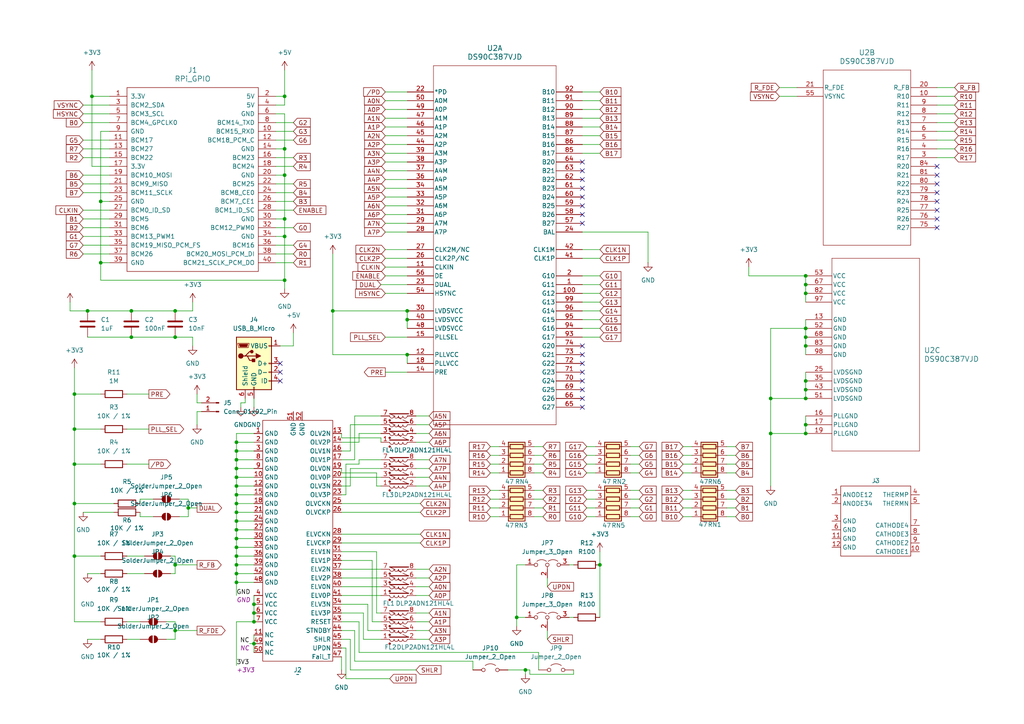
<source format=kicad_sch>
(kicad_sch (version 20250114) (generator "eeschema") (generator_version "9.0")
  (paper "A4")
  (title_block (title "raspi ttl to lvds dual link") (date "2025-03-22") (rev "1.2"))
  (lib_symbols
    (symbol "Connector:Conn_01x02_Pin" (pin_names (offset 1.016) (hide yes))
      (property "Reference" "J" (at 0 2.54 0))
      (property "Value" "Conn_01x02_Pin" (at 0 -5.08 0))
      (symbol "Conn_01x02_Pin_1_1"
        (pin passive line (at 5.08 0 180) (length 3.81) (name "Pin_1") (number "1"))
        (pin passive line (at 5.08 -2.54 180) (length 3.81) (name "Pin_2") (number "2"))
      )
    )
    (symbol "Connector:USB_B_Micro" (pin_names (offset 1.016))
      (property "Reference" "J" (at -5.08 11.43 0))
      (property "Value" "USB_B_Micro" (at -5.08 8.89 0))
      (symbol "USB_B_Micro_1_1"
        (pin passive line (at -2.54 -10.16 90) (length 2.54) (name "Shield") (number "6"))
        (pin power_out line (at 0 -10.16 90) (length 2.54) (name "GND") (number "5"))
        (pin power_out line (at 7.62 5.08 180) (length 2.54) (name "VBUS") (number "1"))
        (pin bidirectional line (at 7.62 0 180) (length 2.54) (name "D+") (number "3"))
        (pin bidirectional line (at 7.62 -2.54 180) (length 2.54) (name "D-") (number "2"))
        (pin passive line (at 7.62 -5.08 180) (length 2.54) (name "ID") (number "4"))
      )
    )
    (symbol "CustomParts:68711014022"
      (property "Reference" "J" (at 0 0 0))
      (symbol "68711014022_1_1"
        (pin passive line (at -12.7 19.05 0) (length 2.54) (name "ANODE12") (number "1"))
        (pin passive line (at -12.7 16.51 0) (length 2.54) (name "ANODE34") (number "2"))
        (pin passive line (at -12.7 11.43 0) (length 2.54) (name "GND") (number "3"))
        (pin passive line (at -12.7 8.89 0) (length 2.54) (name "GND") (number "6"))
        (pin passive line (at -12.7 6.35 0) (length 2.54) (name "GND") (number "11"))
        (pin passive line (at -12.7 3.81 0) (length 2.54) (name "GND") (number "12"))
        (pin passive line (at 12.7 19.05 180) (length 2.54) (name "THERMP") (number "4"))
        (pin passive line (at 12.7 16.51 180) (length 2.54) (name "THERMN") (number "5"))
        (pin passive line (at 12.7 10.16 180) (length 2.54) (name "CATHODE4") (number "7"))
        (pin passive line (at 12.7 7.62 180) (length 2.54) (name "CATHODE3") (number "8"))
        (pin passive line (at 12.7 5.08 180) (length 2.54) (name "CATHODE2") (number "9"))
        (pin passive line (at 12.7 2.54 180) (length 2.54) (name "CATHODE1") (number "10"))
      )
    )
    (symbol "CustomParts:68715014022"
      (property "Reference" "J2" (at 0 1.27 0))
      (property "Value" "~" (at 0 0 0))
      (symbol "68715014022_1_1"
        (pin passive line (at -12.7 69.85 0) (length 2.54) (name "GND") (number "1"))
        (pin passive line (at -12.7 67.31 0) (length 2.54) (name "GND") (number "2"))
        (pin passive line (at -12.7 64.77 0) (length 2.54) (name "GND") (number "3"))
        (pin passive line (at -12.7 62.23 0) (length 2.54) (name "GND") (number "8"))
        (pin passive line (at -12.7 59.69 0) (length 2.54) (name "GND") (number "9"))
        (pin passive line (at -12.7 57.15 0) (length 2.54) (name "GND") (number "10"))
        (pin passive line (at -12.7 54.61 0) (length 2.54) (name "GND") (number "12"))
        (pin passive line (at -12.7 52.07 0) (length 2.54) (name "GND") (number "15"))
        (pin passive line (at -12.7 49.53 0) (length 2.54) (name "GND") (number "18"))
        (pin passive line (at -12.7 46.99 0) (length 2.54) (name "GND") (number "21"))
        (pin passive line (at -12.7 44.45 0) (length 2.54) (name "GND") (number "24"))
        (pin passive line (at -12.7 41.91 0) (length 2.54) (name "GND") (number "27"))
        (pin passive line (at -12.7 39.37 0) (length 2.54) (name "GND") (number "30"))
        (pin passive line (at -12.7 36.83 0) (length 2.54) (name "GND") (number "33"))
        (pin passive line (at -12.7 34.29 0) (length 2.54) (name "GND") (number "36"))
        (pin passive line (at -12.7 31.75 0) (length 2.54) (name "GND") (number "39"))
        (pin passive line (at -12.7 29.21 0) (length 2.54) (name "GND") (number "42"))
        (pin passive line (at -12.7 26.67 0) (length 2.54) (name "GND") (number "48"))
        (pin passive line (at -12.7 22.86 0) (length 2.54) (name "VCC") (number "4"))
        (pin passive line (at -12.7 20.32 0) (length 2.54) (name "VCC") (number "5"))
        (pin passive line (at -12.7 17.78 0) (length 2.54) (name "VCC") (number "6"))
        (pin passive line (at -12.7 15.24 0) (length 2.54) (name "VCC") (number "7"))
        (pin passive line (at -12.7 11.43 0) (length 2.54) (name "NC") (number "11"))
        (pin passive line (at -12.7 8.89 0) (length 2.54) (name "NC") (number "49"))
        (pin passive line (at -12.7 6.35 0) (length 2.54) (name "NC") (number "50"))
        (pin passive line (at -1.27 76.2 270) (length 2.54) (name "GND") (number "51"))
        (pin passive line (at 1.27 76.2 270) (length 2.54) (name "GND") (number "52"))
        (pin passive line (at 12.7 69.85 180) (length 2.54) (name "OLV2N") (number "13"))
        (pin passive line (at 12.7 67.31 180) (length 2.54) (name "OLV2P") (number "14"))
        (pin passive line (at 12.7 64.77 180) (length 2.54) (name "OLV1N") (number "16"))
        (pin passive line (at 12.7 62.23 180) (length 2.54) (name "OLV1P") (number "17"))
        (pin passive line (at 12.7 59.69 180) (length 2.54) (name "OLV0N") (number "19"))
        (pin passive line (at 12.7 57.15 180) (length 2.54) (name "OLV0P") (number "20"))
        (pin passive line (at 12.7 54.61 180) (length 2.54) (name "OLV3N") (number "22"))
        (pin passive line (at 12.7 52.07 180) (length 2.54) (name "OLV3P") (number "23"))
        (pin passive line (at 12.7 49.53 180) (length 2.54) (name "OLVCKN") (number "25"))
        (pin passive line (at 12.7 46.99 180) (length 2.54) (name "OLVCKP") (number "26"))
        (pin passive line (at 12.7 40.64 180) (length 2.54) (name "ELVCKN") (number "28"))
        (pin passive line (at 12.7 38.1 180) (length 2.54) (name "ELVCKP") (number "29"))
        (pin passive line (at 12.7 35.56 180) (length 2.54) (name "ELV1N") (number "31"))
        (pin passive line (at 12.7 33.02 180) (length 2.54) (name "ELV1P") (number "32"))
        (pin passive line (at 12.7 30.48 180) (length 2.54) (name "ELV2N") (number "37"))
        (pin passive line (at 12.7 27.94 180) (length 2.54) (name "ELV2P") (number "38"))
        (pin passive line (at 12.7 25.4 180) (length 2.54) (name "ELV0N") (number "40"))
        (pin passive line (at 12.7 22.86 180) (length 2.54) (name "ELV0P") (number "41"))
        (pin passive line (at 12.7 20.32 180) (length 2.54) (name "ELV3N") (number "34"))
        (pin passive line (at 12.7 17.78 180) (length 2.54) (name "ELV3P") (number "35"))
        (pin passive line (at 12.7 15.24 180) (length 2.54) (name "RESET") (number "43"))
        (pin passive line (at 12.7 12.7 180) (length 2.54) (name "STNDBY") (number "44"))
        (pin passive line (at 12.7 10.16 180) (length 2.54) (name "SHLR") (number "45"))
        (pin passive line (at 12.7 7.62 180) (length 2.54) (name "UPDN") (number "45"))
        (pin passive line (at 12.7 5.08 180) (length 2.54) (name "Fail_T") (number "47"))
      )
    )
    (symbol "DS90C387:DS90C387VJD" (pin_names (offset 0.254))
      (property "Reference" "U" (at 25.4 12.7 0))
      (property "Value" "DS90C387VJD" (at 25.4 10.16 0))
      (symbol "DS90C387VJD_1_1"
        (pin unspecified line (at 0 0 0) (length 7.62) (name "*PD") (number "22"))
        (pin unspecified line (at 0 -2.54 0) (length 7.62) (name "A0M") (number "50"))
        (pin unspecified line (at 0 -5.08 0) (length 7.62) (name "A0P") (number "49"))
        (pin unspecified line (at 0 -7.62 0) (length 7.62) (name "A1M") (number "47"))
        (pin unspecified line (at 0 -10.16 0) (length 7.62) (name "A1P") (number "46"))
        (pin unspecified line (at 0 -12.7 0) (length 7.62) (name "A2M") (number "45"))
        (pin unspecified line (at 0 -15.24 0) (length 7.62) (name "A2P") (number "44"))
        (pin unspecified line (at 0 -17.78 0) (length 7.62) (name "A3M") (number "39"))
        (pin unspecified line (at 0 -20.32 0) (length 7.62) (name "A3P") (number "38"))
        (pin unspecified line (at 0 -22.86 0) (length 7.62) (name "A4M") (number "37"))
        (pin unspecified line (at 0 -25.4 0) (length 7.62) (name "A4P") (number "36"))
        (pin unspecified line (at 0 -27.94 0) (length 7.62) (name "A5M") (number "34"))
        (pin unspecified line (at 0 -30.48 0) (length 7.62) (name "A5P") (number "33"))
        (pin unspecified line (at 0 -33.02 0) (length 7.62) (name "A6M") (number "32"))
        (pin unspecified line (at 0 -35.56 0) (length 7.62) (name "A6P") (number "31"))
        (pin unspecified line (at 0 -38.1 0) (length 7.62) (name "A7M") (number "29"))
        (pin unspecified line (at 0 -40.64 0) (length 7.62) (name "A7P") (number "28"))
        (pin unspecified line (at 0 -45.72 0) (length 7.62) (name "CLK2M/NC") (number "27"))
        (pin unspecified line (at 0 -48.26 0) (length 7.62) (name "CLK2P/NC") (number "26"))
        (pin unspecified line (at 0 -50.8 0) (length 7.62) (name "CLKIN") (number "11"))
        (pin unspecified line (at 0 -53.34 0) (length 7.62) (name "DE") (number "56"))
        (pin unspecified line (at 0 -55.88 0) (length 7.62) (name "DUAL") (number "23"))
        (pin unspecified line (at 0 -58.42 0) (length 7.62) (name "HSYNC") (number "54"))
        (pin unspecified line (at 0 -63.5 0) (length 7.62) (name "LVDSVCC") (number "30"))
        (pin unspecified line (at 0 -66.04 0) (length 7.62) (name "LVDSVCC") (number "40"))
        (pin unspecified line (at 0 -68.58 0) (length 7.62) (name "LVDSVCC") (number "48"))
        (pin unspecified line (at 0 -71.12 0) (length 7.62) (name "PLLSEL") (number "15"))
        (pin unspecified line (at 0 -76.2 0) (length 7.62) (name "PLLVCC") (number "12"))
        (pin unspecified line (at 0 -78.74 0) (length 7.62) (name "PLLVCC") (number "18"))
        (pin unspecified line (at 0 -81.28 0) (length 7.62) (name "PRE") (number "14"))
        (pin unspecified line (at 50.8 0 180) (length 7.62) (name "B10") (number "92"))
        (pin unspecified line (at 50.8 -2.54 180) (length 7.62) (name "B11") (number "91"))
        (pin unspecified line (at 50.8 -5.08 180) (length 7.62) (name "B12") (number "90"))
        (pin unspecified line (at 50.8 -7.62 180) (length 7.62) (name "B13") (number "89"))
        (pin unspecified line (at 50.8 -10.16 180) (length 7.62) (name "B14") (number "88"))
        (pin unspecified line (at 50.8 -12.7 180) (length 7.62) (name "B15") (number "87"))
        (pin unspecified line (at 50.8 -15.24 180) (length 7.62) (name "B16") (number "86"))
        (pin unspecified line (at 50.8 -17.78 180) (length 7.62) (name "B17") (number "85"))
        (pin unspecified line (at 50.8 -20.32 180) (length 7.62) (name "B20") (number "64"))
        (pin unspecified line (at 50.8 -22.86 180) (length 7.62) (name "B21") (number "63"))
        (pin unspecified line (at 50.8 -25.4 180) (length 7.62) (name "B22") (number "62"))
        (pin unspecified line (at 50.8 -27.94 180) (length 7.62) (name "B23") (number "61"))
        (pin unspecified line (at 50.8 -30.48 180) (length 7.62) (name "B24") (number "60"))
        (pin unspecified line (at 50.8 -33.02 180) (length 7.62) (name "B25") (number "59"))
        (pin unspecified line (at 50.8 -35.56 180) (length 7.62) (name "B26") (number "58"))
        (pin unspecified line (at 50.8 -38.1 180) (length 7.62) (name "B27") (number "57"))
        (pin unspecified line (at 50.8 -40.64 180) (length 7.62) (name "BAL") (number "24"))
        (pin unspecified line (at 50.8 -45.72 180) (length 7.62) (name "CLK1M") (number "42"))
        (pin unspecified line (at 50.8 -48.26 180) (length 7.62) (name "CLK1P") (number "41"))
        (pin unspecified line (at 50.8 -53.34 180) (length 7.62) (name "G10") (number "2"))
        (pin unspecified line (at 50.8 -55.88 180) (length 7.62) (name "G11") (number "1"))
        (pin unspecified line (at 50.8 -58.42 180) (length 7.62) (name "G12") (number "100"))
        (pin unspecified line (at 50.8 -60.96 180) (length 7.62) (name "G13") (number "99"))
        (pin unspecified line (at 50.8 -63.5 180) (length 7.62) (name "G14") (number "96"))
        (pin unspecified line (at 50.8 -66.04 180) (length 7.62) (name "G15") (number "95"))
        (pin unspecified line (at 50.8 -68.58 180) (length 7.62) (name "G16") (number "94"))
        (pin unspecified line (at 50.8 -71.12 180) (length 7.62) (name "G17") (number "93"))
        (pin unspecified line (at 50.8 -73.66 180) (length 7.62) (name "G20") (number "74"))
        (pin unspecified line (at 50.8 -76.2 180) (length 7.62) (name "G21") (number "73"))
        (pin unspecified line (at 50.8 -78.74 180) (length 7.62) (name "G22") (number "72"))
        (pin unspecified line (at 50.8 -81.28 180) (length 7.62) (name "G23") (number "71"))
        (pin unspecified line (at 50.8 -83.82 180) (length 7.62) (name "G24") (number "70"))
        (pin unspecified line (at 50.8 -86.36 180) (length 7.62) (name "G25") (number "69"))
        (pin unspecified line (at 50.8 -88.9 180) (length 7.62) (name "G26") (number "66"))
        (pin unspecified line (at 50.8 -91.44 180) (length 7.62) (name "G27") (number "65"))
      )
      (symbol "DS90C387VJD_2_1"
        (pin unspecified line (at 0 0 0) (length 7.62) (name "R_FDE") (number "21"))
        (pin unspecified line (at 0 -2.54 0) (length 7.62) (name "VSYNC") (number "55"))
        (pin unspecified line (at 40.64 0 180) (length 7.62) (name "R_FB") (number "20"))
        (pin unspecified line (at 40.64 -2.54 180) (length 7.62) (name "R10") (number "10"))
        (pin unspecified line (at 40.64 -5.08 180) (length 7.62) (name "R11") (number "9"))
        (pin unspecified line (at 40.64 -7.62 180) (length 7.62) (name "R12") (number "8"))
        (pin unspecified line (at 40.64 -10.16 180) (length 7.62) (name "R13") (number "7"))
        (pin unspecified line (at 40.64 -12.7 180) (length 7.62) (name "R14") (number "6"))
        (pin unspecified line (at 40.64 -15.24 180) (length 7.62) (name "R15") (number "5"))
        (pin unspecified line (at 40.64 -17.78 180) (length 7.62) (name "R16") (number "4"))
        (pin unspecified line (at 40.64 -20.32 180) (length 7.62) (name "R17") (number "3"))
        (pin unspecified line (at 40.64 -22.86 180) (length 7.62) (name "R20") (number "84"))
        (pin unspecified line (at 40.64 -25.4 180) (length 7.62) (name "R21") (number "81"))
        (pin unspecified line (at 40.64 -27.94 180) (length 7.62) (name "R22") (number "80"))
        (pin unspecified line (at 40.64 -30.48 180) (length 7.62) (name "R23") (number "79"))
        (pin unspecified line (at 40.64 -33.02 180) (length 7.62) (name "R24") (number "78"))
        (pin unspecified line (at 40.64 -35.56 180) (length 7.62) (name "R25") (number "77"))
        (pin unspecified line (at 40.64 -38.1 180) (length 7.62) (name "R26") (number "76"))
        (pin unspecified line (at 40.64 -40.64 180) (length 7.62) (name "R27") (number "75"))
      )
      (symbol "DS90C387VJD_3_1"
        (pin unspecified line (at 0 0 0) (length 7.62) (name "VCC") (number "53"))
        (pin unspecified line (at 0 -2.54 0) (length 7.62) (name "VCC") (number "67"))
        (pin unspecified line (at 0 -5.08 0) (length 7.62) (name "VCC") (number "82"))
        (pin unspecified line (at 0 -7.62 0) (length 7.62) (name "VCC") (number "97"))
        (pin unspecified line (at 0 -12.7 0) (length 7.62) (name "GND") (number "13"))
        (pin unspecified line (at 0 -15.24 0) (length 7.62) (name "GND") (number "52"))
        (pin unspecified line (at 0 -17.78 0) (length 7.62) (name "GND") (number "68"))
        (pin unspecified line (at 0 -20.32 0) (length 7.62) (name "GND") (number "83"))
        (pin unspecified line (at 0 -22.86 0) (length 7.62) (name "GND") (number "98"))
        (pin unspecified line (at 0 -27.94 0) (length 7.62) (name "LVDSGND") (number "25"))
        (pin unspecified line (at 0 -30.48 0) (length 7.62) (name "LVDSGND") (number "35"))
        (pin unspecified line (at 0 -33.02 0) (length 7.62) (name "LVDSGND") (number "43"))
        (pin unspecified line (at 0 -35.56 0) (length 7.62) (name "LVDSGND") (number "51"))
        (pin unspecified line (at 0 -40.64 0) (length 7.62) (name "PLLGND") (number "16"))
        (pin unspecified line (at 0 -43.18 0) (length 7.62) (name "PLLGND") (number "17"))
        (pin unspecified line (at 0 -45.72 0) (length 7.62) (name "PLLGND") (number "19"))
      )
    )
    (symbol "Device:C" (pin_numbers (hide yes)) (pin_names (offset 0.254))
      (property "Reference" "C" (at 0.635 2.54 0))
      (property "Value" "C" (at 0.635 -2.54 0))
      (symbol "C_1_1"
        (pin passive line (at 0 3.81 270) (length 2.794) (name "~") (number "1"))
        (pin passive line (at 0 -3.81 90) (length 2.794) (name "~") (number "2"))
      )
    )
    (symbol "Device:Filter_EMI_LLLL" (pin_names (hide yes))
      (property "Reference" "FL" (at 0 5.08 0))
      (property "Value" "Filter_EMI_LLLL" (at 0 -7.62 0))
      (symbol "Filter_EMI_LLLL_1_1"
        (pin passive line (at -5.08 2.54 0) (length 2.54) (name "1") (number "1"))
        (pin passive line (at -5.08 0 0) (length 2.54) (name "3") (number "3"))
        (pin passive line (at -5.08 -2.54 0) (length 2.54) (name "5") (number "5"))
        (pin passive line (at -5.08 -5.08 0) (length 2.54) (name "7") (number "7"))
        (pin passive line (at 5.08 2.54 180) (length 2.54) (name "2") (number "2"))
        (pin passive line (at 5.08 0 180) (length 2.54) (name "4") (number "4"))
        (pin passive line (at 5.08 -2.54 180) (length 2.54) (name "6") (number "6"))
        (pin passive line (at 5.08 -5.08 180) (length 2.54) (name "8") (number "8"))
      )
    )
    (symbol "Device:R" (pin_numbers (hide yes)) (pin_names (offset 0))
      (property "Reference" "R" (at 2.032 0 90))
      (property "Value" "R" (at 0 0 90))
      (symbol "R_1_1"
        (pin passive line (at 0 3.81 270) (length 1.27) (name "~") (number "1"))
        (pin passive line (at 0 -3.81 90) (length 1.27) (name "~") (number "2"))
      )
    )
    (symbol "Device:R_Pack04" (pin_names (offset 0) (hide yes))
      (property "Reference" "RN" (at -7.62 0 90))
      (property "Value" "R_Pack04" (at 5.08 0 90))
      (symbol "R_Pack04_1_1"
        (pin passive line (at -5.08 5.08 270) (length 2.54) (name "R1.2") (number "8"))
        (pin passive line (at -5.08 -5.08 90) (length 2.54) (name "R1.1") (number "1"))
        (pin passive line (at -2.54 5.08 270) (length 2.54) (name "R2.2") (number "7"))
        (pin passive line (at -2.54 -5.08 90) (length 2.54) (name "R2.1") (number "2"))
        (pin passive line (at 0 5.08 270) (length 2.54) (name "R3.2") (number "6"))
        (pin passive line (at 0 -5.08 90) (length 2.54) (name "R3.1") (number "3"))
        (pin passive line (at 2.54 5.08 270) (length 2.54) (name "R4.2") (number "5"))
        (pin passive line (at 2.54 -5.08 90) (length 2.54) (name "R4.1") (number "4"))
      )
    )
    (symbol "GND_1" (power) (pin_numbers (hide yes)) (pin_names (offset 0) (hide yes))
      (property "Value" "GND" (at 0 -3.81 0))
      (symbol "GND_1_1_1"
        (pin power_in line (at 0 0 270) (length 0) (name "~") (number "1"))
      )
    )
    (symbol "Jumper:Jumper_2_Open" (pin_numbers (hide yes)) (pin_names (offset 0) (hide yes)) (exclude_from_sim yes)
      (property "Reference" "JP" (at 0 2.794 0))
      (property "Value" "Jumper_2_Open" (at 0 -2.286 0))
      (symbol "Jumper_2_Open_1_1"
        (pin passive line (at -5.08 0 0) (length 2.54) (name "A") (number "1"))
        (pin passive line (at 5.08 0 180) (length 2.54) (name "B") (number "2"))
      )
    )
    (symbol "Jumper:Jumper_3_Open" (pin_names (offset 0) (hide yes)) (exclude_from_sim yes) (in_bom no)
      (property "Reference" "JP" (at -2.54 -2.54 0))
      (property "Value" "Jumper_3_Open" (at 0 2.794 0))
      (symbol "Jumper_3_Open_1_1"
        (pin passive line (at -6.35 0 0) (length 2.54) (name "A") (number "1"))
        (pin passive line (at 0 -3.81 90) (length 2.54) (name "C") (number "2"))
        (pin passive line (at 6.35 0 180) (length 2.54) (name "B") (number "3"))
      )
    )
    (symbol "Jumper:SolderJumper_2_Open" (pin_numbers (hide yes)) (pin_names (offset 0) (hide yes)) (exclude_from_sim yes) (in_bom no)
      (property "Reference" "JP" (at 0 2.032 0))
      (property "Value" "SolderJumper_2_Open" (at 0 -2.54 0))
      (symbol "SolderJumper_2_Open_1_1"
        (pin passive line (at -3.81 0 0) (length 2.54) (name "A") (number "1"))
        (pin passive line (at 3.81 0 180) (length 2.54) (name "B") (number "2"))
      )
    )
    (symbol "RPi_Hat:RPi_GPIO" (pin_names (offset 1.016))
      (property "Reference" "J" (at 19.05 6.35 0))
      (property "Value" "RPi_GPIO" (at 19.05 3.81 0))
      (symbol "RPi_GPIO_1_1"
        (pin power_in line (at -5.08 0 0) (length 5.08) (name "3.3V") (number "1"))
        (pin bidirectional line (at -5.08 -2.54 0) (length 5.08) (name "BCM2_SDA") (number "3"))
        (pin bidirectional line (at -5.08 -5.08 0) (length 5.08) (name "BCM3_SCL") (number "5"))
        (pin bidirectional line (at -5.08 -7.62 0) (length 5.08) (name "BCM4_GPCLK0") (number "7"))
        (pin power_in line (at -5.08 -10.16 0) (length 5.08) (name "GND") (number "9"))
        (pin bidirectional line (at -5.08 -12.7 0) (length 5.08) (name "BCM17") (number "11"))
        (pin bidirectional line (at -5.08 -15.24 0) (length 5.08) (name "BCM27") (number "13"))
        (pin bidirectional line (at -5.08 -17.78 0) (length 5.08) (name "BCM22") (number "15"))
        (pin power_in line (at -5.08 -20.32 0) (length 5.08) (name "3.3V") (number "17"))
        (pin bidirectional line (at -5.08 -22.86 0) (length 5.08) (name "BCM10_MOSI") (number "19"))
        (pin bidirectional line (at -5.08 -25.4 0) (length 5.08) (name "BCM9_MISO") (number "21"))
        (pin bidirectional line (at -5.08 -27.94 0) (length 5.08) (name "BCM11_SCLK") (number "23"))
        (pin power_in line (at -5.08 -30.48 0) (length 5.08) (name "GND") (number "25"))
        (pin bidirectional line (at -5.08 -33.02 0) (length 5.08) (name "BCM0_ID_SD") (number "27"))
        (pin bidirectional line (at -5.08 -35.56 0) (length 5.08) (name "BCM5") (number "29"))
        (pin bidirectional line (at -5.08 -38.1 0) (length 5.08) (name "BCM6") (number "31"))
        (pin bidirectional line (at -5.08 -40.64 0) (length 5.08) (name "BCM13_PWM1") (number "33"))
        (pin bidirectional line (at -5.08 -43.18 0) (length 5.08) (name "BCM19_MISO_PCM_FS") (number "35"))
        (pin bidirectional line (at -5.08 -45.72 0) (length 5.08) (name "BCM26") (number "37"))
        (pin power_in line (at -5.08 -48.26 0) (length 5.08) (name "GND") (number "39"))
        (pin power_in line (at 43.18 0 180) (length 5.08) (name "5V") (number "2"))
        (pin power_in line (at 43.18 -2.54 180) (length 5.08) (name "5V") (number "4"))
        (pin power_in line (at 43.18 -5.08 180) (length 5.08) (name "GND") (number "6"))
        (pin bidirectional line (at 43.18 -7.62 180) (length 5.08) (name "BCM14_TXD") (number "8"))
        (pin bidirectional line (at 43.18 -10.16 180) (length 5.08) (name "BCM15_RXD") (number "10"))
        (pin bidirectional line (at 43.18 -12.7 180) (length 5.08) (name "BCM18_PCM_C") (number "12"))
        (pin power_in line (at 43.18 -15.24 180) (length 5.08) (name "GND") (number "14"))
        (pin bidirectional line (at 43.18 -17.78 180) (length 5.08) (name "BCM23") (number "16"))
        (pin bidirectional line (at 43.18 -20.32 180) (length 5.08) (name "BCM24") (number "18"))
        (pin power_in line (at 43.18 -22.86 180) (length 5.08) (name "GND") (number "20"))
        (pin bidirectional line (at 43.18 -25.4 180) (length 5.08) (name "BCM25") (number "22"))
        (pin bidirectional line (at 43.18 -27.94 180) (length 5.08) (name "BCM8_CE0") (number "24"))
        (pin bidirectional line (at 43.18 -30.48 180) (length 5.08) (name "BCM7_CE1") (number "26"))
        (pin bidirectional line (at 43.18 -33.02 180) (length 5.08) (name "BCM1_ID_SC") (number "28"))
        (pin power_in line (at 43.18 -35.56 180) (length 5.08) (name "GND") (number "30"))
        (pin bidirectional line (at 43.18 -38.1 180) (length 5.08) (name "BCM12_PWM0") (number "32"))
        (pin power_in line (at 43.18 -40.64 180) (length 5.08) (name "GND") (number "34"))
        (pin bidirectional line (at 43.18 -43.18 180) (length 5.08) (name "BCM16") (number "36"))
        (pin bidirectional line (at 43.18 -45.72 180) (length 5.08) (name "BCM20_MOSI_PCM_DI") (number "38"))
        (pin bidirectional line (at 43.18 -48.26 180) (length 5.08) (name "BCM21_SCLK_PCM_DO") (number "40"))
      )
    )
    (symbol "power:+3V3" (power) (pin_names (offset 0))
      (property "Value" "+3V3" (at 0 3.556 0))
      (symbol "+3V3_1_1"
        (pin power_in line (at 0 0 90) (length 0) (hide yes) (name "+3V3") (number "1"))
      )
    )
    (symbol "power:+5V" (power) (pin_names (offset 0))
      (property "Value" "+5V" (at 0 3.556 0))
      (symbol "+5V_1_1"
        (pin power_in line (at 0 0 90) (length 0) (hide yes) (name "+5V") (number "1"))
      )
    )
    (symbol "power:GND" (power) (pin_names (offset 0))
      (property "Value" "GND" (at 0 -3.81 0))
      (symbol "GND_1_1"
        (pin power_in line (at 0 0 270) (length 0) (hide yes) (name "GND") (number "1"))
      )
    )
  )
  (junction (at 233.68 95.25))
  (junction (at 118.11 90.17))
  (junction (at 26.67 27.94))
  (junction (at 73.66 177.8))
  (junction (at 21.59 161.29))
  (junction (at 68.58 153.67))
  (junction (at 118.11 102.87))
  (junction (at 68.58 148.59))
  (junction (at 68.58 146.05))
  (junction (at 68.58 133.35))
  (junction (at 54.61 147.32))
  (junction (at 233.68 80.01))
  (junction (at 233.68 125.73))
  (junction (at 25.4 90.17))
  (junction (at 68.58 168.91))
  (junction (at 82.55 27.94))
  (junction (at 82.55 63.5))
  (junction (at 233.68 100.33))
  (junction (at 68.58 163.83))
  (junction (at 82.55 81.28))
  (junction (at 73.66 175.26))
  (junction (at 68.58 151.13))
  (junction (at 21.59 146.05))
  (junction (at 233.68 113.03))
  (junction (at 68.58 166.37))
  (junction (at 173.99 163.83))
  (junction (at 68.58 140.97))
  (junction (at 223.52 115.57))
  (junction (at 68.58 128.27))
  (junction (at 38.1 90.17))
  (junction (at 29.21 76.2))
  (junction (at 68.58 143.51))
  (junction (at 233.68 97.79))
  (junction (at 68.58 156.21))
  (junction (at 29.21 58.42))
  (junction (at 233.68 85.09))
  (junction (at 73.66 180.34))
  (junction (at 149.86 179.07))
  (junction (at 38.1 97.79))
  (junction (at 118.11 92.71))
  (junction (at 68.58 135.89))
  (junction (at 233.68 82.55))
  (junction (at 21.59 114.3))
  (junction (at 50.8 90.17))
  (junction (at 233.68 115.57))
  (junction (at 223.52 125.73))
  (junction (at 82.55 43.18))
  (junction (at 82.55 68.58))
  (junction (at 73.66 186.69))
  (junction (at 233.68 110.49))
  (junction (at 21.59 124.46))
  (junction (at 50.8 163.83))
  (junction (at 21.59 134.62))
  (junction (at 68.58 138.43))
  (junction (at 68.58 158.75))
  (junction (at 68.58 161.29))
  (junction (at 96.52 90.17))
  (junction (at 152.4 194.31))
  (junction (at 233.68 123.19))
  (junction (at 68.58 130.81))
  (junction (at 50.8 97.79))
  (junction (at 50.8 182.88))
  (junction (at 82.55 50.8))
  (no_connect (at 168.91 49.53))
  (no_connect (at 168.91 52.07))
  (no_connect (at 271.78 50.8))
  (no_connect (at 168.91 62.23))
  (no_connect (at 168.91 100.33))
  (no_connect (at 168.91 113.03))
  (no_connect (at 168.91 59.69))
  (no_connect (at 81.28 107.95))
  (no_connect (at 271.78 58.42))
  (no_connect (at 168.91 102.87))
  (no_connect (at 271.78 53.34))
  (no_connect (at 271.78 60.96))
  (no_connect (at 168.91 118.11))
  (no_connect (at 81.28 105.41))
  (no_connect (at 168.91 64.77))
  (no_connect (at 168.91 57.15))
  (no_connect (at 271.78 66.04))
  (no_connect (at 168.91 46.99))
  (no_connect (at 81.28 110.49))
  (no_connect (at 168.91 110.49))
  (no_connect (at 271.78 55.88))
  (no_connect (at 168.91 105.41))
  (no_connect (at 168.91 107.95))
  (no_connect (at 168.91 115.57))
  (no_connect (at 271.78 48.26))
  (no_connect (at 271.78 63.5))
  (no_connect (at 168.91 54.61))
  (wire (pts (xy 111.76 54.61) (xy 118.11 54.61)))
  (wire (pts (xy 26.67 20.32) (xy 26.67 27.94)))
  (wire (pts (xy 142.24 149.86) (xy 144.78 149.86)))
  (wire (pts (xy 271.78 30.48) (xy 276.86 30.48)))
  (wire (pts (xy 21.59 180.34) (xy 29.21 180.34)))
  (wire (pts (xy 111.76 85.09) (xy 118.11 85.09)))
  (wire (pts (xy 36.83 185.42) (xy 40.64 185.42)))
  (wire (pts (xy 82.55 63.5) (xy 82.55 68.58)))
  (wire (pts (xy 182.88 134.62) (xy 185.42 134.62)))
  (wire (pts (xy 187.96 67.31) (xy 187.96 76.2)))
  (wire (pts (xy 68.58 168.91) (xy 68.58 166.37)))
  (wire (pts (xy 101.6 185.42) (xy 101.6 194.31)))
  (wire (pts (xy 50.8 97.79) (xy 55.88 97.79)))
  (wire (pts (xy 101.6 140.97) (xy 101.6 135.89)))
  (wire (pts (xy 20.32 90.17) (xy 25.4 90.17)))
  (wire (pts (xy 80.01 43.18) (xy 82.55 43.18)))
  (wire (pts (xy 233.68 82.55) (xy 233.68 85.09)))
  (wire (pts (xy 68.58 133.35) (xy 73.66 133.35)))
  (wire (pts (xy 170.18 149.86) (xy 172.72 149.86)))
  (wire (pts (xy 99.06 148.59) (xy 121.92 148.59)))
  (wire (pts (xy 120.65 125.73) (xy 124.46 125.73)))
  (wire (pts (xy 29.21 58.42) (xy 29.21 76.2)))
  (wire (pts (xy 73.66 175.26) (xy 73.66 177.8)))
  (wire (pts (xy 25.4 166.37) (xy 29.21 166.37)))
  (wire (pts (xy 71.12 116.84) (xy 71.12 115.57)))
  (wire (pts (xy 80.01 45.72) (xy 85.09 45.72)))
  (wire (pts (xy 271.78 38.1) (xy 276.86 38.1)))
  (wire (pts (xy 104.14 133.35) (xy 110.49 133.35)))
  (wire (pts (xy 68.58 138.43) (xy 68.58 135.89)))
  (wire (pts (xy 233.68 100.33) (xy 233.68 102.87)))
  (wire (pts (xy 111.76 57.15) (xy 118.11 57.15)))
  (wire (pts (xy 233.68 125.73) (xy 223.52 125.73)))
  (wire (pts (xy 68.58 125.73) (xy 73.66 125.73)))
  (wire (pts (xy 68.58 168.91) (xy 73.66 168.91)))
  (wire (pts (xy 271.78 40.64) (xy 276.86 40.64)))
  (wire (pts (xy 111.76 36.83) (xy 118.11 36.83)))
  (wire (pts (xy 168.91 95.25) (xy 173.99 95.25)))
  (wire (pts (xy 36.83 124.46) (xy 43.18 124.46)))
  (wire (pts (xy 168.91 74.93) (xy 173.99 74.93)))
  (wire (pts (xy 24.13 43.18) (xy 31.75 43.18)))
  (wire (pts (xy 233.68 92.71) (xy 233.68 95.25)))
  (wire (pts (xy 168.91 72.39) (xy 173.99 72.39)))
  (wire (pts (xy 233.68 110.49) (xy 233.68 113.03)))
  (wire (pts (xy 223.52 95.25) (xy 223.52 115.57)))
  (wire (pts (xy 80.01 71.12) (xy 85.09 71.12)))
  (wire (pts (xy 168.91 39.37) (xy 173.99 39.37)))
  (wire (pts (xy 111.76 107.95) (xy 118.11 107.95)))
  (wire (pts (xy 54.61 147.32) (xy 57.15 147.32)))
  (wire (pts (xy 271.78 25.4) (xy 276.86 25.4)))
  (wire (pts (xy 152.4 194.31) (xy 152.4 195.58)))
  (wire (pts (xy 153.67 195.58) (xy 153.67 194.31)))
  (wire (pts (xy 82.55 33.02) (xy 82.55 43.18)))
  (wire (pts (xy 82.55 81.28) (xy 29.21 81.28)))
  (wire (pts (xy 99.06 165.1) (xy 110.49 165.1)))
  (wire (pts (xy 233.68 107.95) (xy 233.68 110.49)))
  (wire (pts (xy 99.06 146.05) (xy 121.92 146.05)))
  (wire (pts (xy 58.42 119.38) (xy 57.15 119.38)))
  (wire (pts (xy 210.82 137.16) (xy 213.36 137.16)))
  (wire (pts (xy 80.01 38.1) (xy 85.09 38.1)))
  (wire (pts (xy 68.58 161.29) (xy 73.66 161.29)))
  (wire (pts (xy 54.61 149.86) (xy 54.61 147.32)))
  (wire (pts (xy 68.58 146.05) (xy 68.58 143.51)))
  (wire (pts (xy 29.21 58.42) (xy 31.75 58.42)))
  (wire (pts (xy 182.88 144.78) (xy 185.42 144.78)))
  (wire (pts (xy 40.64 149.86) (xy 40.64 148.59)))
  (wire (pts (xy 99.06 143.51) (xy 100.33 143.51)))
  (wire (pts (xy 102.87 120.65) (xy 110.49 120.65)))
  (wire (pts (xy 21.59 161.29) (xy 21.59 180.34)))
  (wire (pts (xy 25.4 97.79) (xy 38.1 97.79)))
  (wire (pts (xy 21.59 146.05) (xy 33.02 146.05)))
  (wire (pts (xy 170.18 147.32) (xy 172.72 147.32)))
  (wire (pts (xy 105.41 185.42) (xy 110.49 185.42)))
  (wire (pts (xy 68.58 166.37) (xy 68.58 163.83)))
  (wire (pts (xy 24.13 33.02) (xy 31.75 33.02)))
  (wire (pts (xy 271.78 43.18) (xy 276.86 43.18)))
  (wire (pts (xy 111.76 49.53) (xy 118.11 49.53)))
  (wire (pts (xy 80.01 30.48) (xy 82.55 30.48)))
  (wire (pts (xy 68.58 135.89) (xy 68.58 133.35)))
  (wire (pts (xy 111.76 80.01) (xy 118.11 80.01)))
  (wire (pts (xy 99.06 172.72) (xy 110.49 172.72)))
  (wire (pts (xy 68.58 156.21) (xy 73.66 156.21)))
  (wire (pts (xy 106.68 175.26) (xy 106.68 182.88)))
  (wire (pts (xy 142.24 134.62) (xy 144.78 134.62)))
  (wire (pts (xy 82.55 20.32) (xy 82.55 27.94)))
  (wire (pts (xy 198.12 142.24) (xy 200.66 142.24)))
  (wire (pts (xy 25.4 90.17) (xy 38.1 90.17)))
  (wire (pts (xy 226.06 25.4) (xy 231.14 25.4)))
  (wire (pts (xy 25.4 185.42) (xy 29.21 185.42)))
  (wire (pts (xy 233.68 115.57) (xy 223.52 115.57)))
  (wire (pts (xy 38.1 90.17) (xy 50.8 90.17)))
  (wire (pts (xy 106.68 182.88) (xy 110.49 182.88)))
  (wire (pts (xy 142.24 129.54) (xy 144.78 129.54)))
  (wire (pts (xy 99.06 175.26) (xy 106.68 175.26)))
  (wire (pts (xy 109.22 137.16) (xy 109.22 140.97)))
  (wire (pts (xy 109.22 160.02) (xy 109.22 177.8)))
  (wire (pts (xy 120.65 138.43) (xy 124.46 138.43)))
  (wire (pts (xy 120.65 165.1) (xy 124.46 165.1)))
  (wire (pts (xy 168.91 36.83) (xy 173.99 36.83)))
  (wire (pts (xy 101.6 194.31) (xy 120.65 194.31)))
  (wire (pts (xy 69.85 116.84) (xy 69.85 118.11)))
  (wire (pts (xy 85.09 100.33) (xy 85.09 96.52)))
  (wire (pts (xy 20.32 87.63) (xy 20.32 90.17)))
  (wire (pts (xy 168.91 44.45) (xy 173.99 44.45)))
  (wire (pts (xy 99.06 125.73) (xy 99.06 127)))
  (wire (pts (xy 68.58 180.34) (xy 73.66 180.34)))
  (wire (pts (xy 80.01 66.04) (xy 85.09 66.04)))
  (wire (pts (xy 142.24 137.16) (xy 144.78 137.16)))
  (wire (pts (xy 109.22 140.97) (xy 110.49 140.97)))
  (wire (pts (xy 156.21 189.23) (xy 156.21 194.31)))
  (wire (pts (xy 170.18 144.78) (xy 172.72 144.78)))
  (wire (pts (xy 120.65 182.88) (xy 124.46 182.88)))
  (wire (pts (xy 101.6 123.19) (xy 110.49 123.19)))
  (wire (pts (xy 24.13 55.88) (xy 31.75 55.88)))
  (wire (pts (xy 111.76 52.07) (xy 118.11 52.07)))
  (wire (pts (xy 210.82 149.86) (xy 213.36 149.86)))
  (wire (pts (xy 154.94 142.24) (xy 157.48 142.24)))
  (wire (pts (xy 24.13 60.96) (xy 31.75 60.96)))
  (wire (pts (xy 137.16 191.77) (xy 137.16 194.31)))
  (wire (pts (xy 99.06 127) (xy 110.49 127)))
  (wire (pts (xy 168.91 82.55) (xy 173.99 82.55)))
  (wire (pts (xy 168.91 92.71) (xy 173.99 92.71)))
  (wire (pts (xy 118.11 92.71) (xy 118.11 95.25)))
  (wire (pts (xy 24.13 40.64) (xy 31.75 40.64)))
  (wire (pts (xy 182.88 142.24) (xy 185.42 142.24)))
  (wire (pts (xy 21.59 134.62) (xy 29.21 134.62)))
  (wire (pts (xy 111.76 64.77) (xy 118.11 64.77)))
  (wire (pts (xy 21.59 124.46) (xy 29.21 124.46)))
  (wire (pts (xy 21.59 134.62) (xy 21.59 146.05)))
  (wire (pts (xy 55.88 87.63) (xy 55.88 90.17)))
  (wire (pts (xy 158.75 167.64) (xy 158.75 170.18)))
  (wire (pts (xy 73.66 115.57) (xy 73.66 118.11)))
  (wire (pts (xy 99.06 157.48) (xy 121.92 157.48)))
  (wire (pts (xy 182.88 137.16) (xy 185.42 137.16)))
  (wire (pts (xy 233.68 120.65) (xy 233.68 123.19)))
  (wire (pts (xy 80.01 33.02) (xy 82.55 33.02)))
  (wire (pts (xy 68.58 148.59) (xy 68.58 146.05)))
  (wire (pts (xy 198.12 129.54) (xy 200.66 129.54)))
  (wire (pts (xy 107.95 162.56) (xy 107.95 180.34)))
  (wire (pts (xy 50.8 185.42) (xy 48.26 185.42)))
  (wire (pts (xy 182.88 129.54) (xy 185.42 129.54)))
  (wire (pts (xy 111.76 29.21) (xy 118.11 29.21)))
  (wire (pts (xy 120.65 140.97) (xy 124.46 140.97)))
  (wire (pts (xy 81.28 100.33) (xy 85.09 100.33)))
  (wire (pts (xy 50.8 163.83) (xy 50.8 166.37)))
  (wire (pts (xy 110.49 127) (xy 110.49 128.27)))
  (wire (pts (xy 24.13 71.12) (xy 31.75 71.12)))
  (wire (pts (xy 109.22 177.8) (xy 110.49 177.8)))
  (wire (pts (xy 120.65 177.8) (xy 124.46 177.8)))
  (wire (pts (xy 182.88 132.08) (xy 185.42 132.08)))
  (wire (pts (xy 223.52 115.57) (xy 223.52 125.73)))
  (wire (pts (xy 118.11 102.87) (xy 118.11 105.41)))
  (wire (pts (xy 154.94 149.86) (xy 157.48 149.86)))
  (wire (pts (xy 82.55 50.8) (xy 82.55 63.5)))
  (wire (pts (xy 68.58 138.43) (xy 73.66 138.43)))
  (wire (pts (xy 68.58 128.27) (xy 73.66 128.27)))
  (wire (pts (xy 168.91 41.91) (xy 173.99 41.91)))
  (wire (pts (xy 120.65 170.18) (xy 124.46 170.18)))
  (wire (pts (xy 104.14 180.34) (xy 104.14 189.23)))
  (wire (pts (xy 111.76 31.75) (xy 118.11 31.75)))
  (wire (pts (xy 68.58 156.21) (xy 68.58 153.67)))
  (wire (pts (xy 210.82 134.62) (xy 213.36 134.62)))
  (wire (pts (xy 170.18 129.54) (xy 172.72 129.54)))
  (wire (pts (xy 24.13 73.66) (xy 31.75 73.66)))
  (wire (pts (xy 198.12 132.08) (xy 200.66 132.08)))
  (wire (pts (xy 147.32 194.31) (xy 152.4 194.31)))
  (wire (pts (xy 110.49 82.55) (xy 118.11 82.55)))
  (wire (pts (xy 54.61 144.78) (xy 54.61 147.32)))
  (wire (pts (xy 168.91 90.17) (xy 173.99 90.17)))
  (wire (pts (xy 50.8 161.29) (xy 49.53 161.29)))
  (wire (pts (xy 210.82 147.32) (xy 213.36 147.32)))
  (wire (pts (xy 198.12 134.62) (xy 200.66 134.62)))
  (wire (pts (xy 99.06 160.02) (xy 109.22 160.02)))
  (wire (pts (xy 154.94 132.08) (xy 157.48 132.08)))
  (wire (pts (xy 68.58 163.83) (xy 68.58 161.29)))
  (wire (pts (xy 24.13 148.59) (xy 33.02 148.59)))
  (wire (pts (xy 99.06 182.88) (xy 102.87 182.88)))
  (wire (pts (xy 100.33 134.62) (xy 104.14 134.62)))
  (wire (pts (xy 168.91 80.01) (xy 173.99 80.01)))
  (wire (pts (xy 68.58 143.51) (xy 73.66 143.51)))
  (wire (pts (xy 154.94 129.54) (xy 157.48 129.54)))
  (wire (pts (xy 24.13 63.5) (xy 31.75 63.5)))
  (wire (pts (xy 99.06 190.5) (xy 99.06 194.31)))
  (wire (pts (xy 118.11 90.17) (xy 118.11 92.71)))
  (wire (pts (xy 233.68 113.03) (xy 233.68 115.57)))
  (wire (pts (xy 111.76 62.23) (xy 118.11 62.23)))
  (wire (pts (xy 170.18 137.16) (xy 172.72 137.16)))
  (wire (pts (xy 120.65 128.27) (xy 124.46 128.27)))
  (wire (pts (xy 68.58 143.51) (xy 68.58 140.97)))
  (wire (pts (xy 99.06 154.94) (xy 121.92 154.94)))
  (wire (pts (xy 210.82 129.54) (xy 213.36 129.54)))
  (wire (pts (xy 120.65 172.72) (xy 124.46 172.72)))
  (wire (pts (xy 120.65 167.64) (xy 124.46 167.64)))
  (wire (pts (xy 111.76 46.99) (xy 118.11 46.99)))
  (wire (pts (xy 120.65 180.34) (xy 124.46 180.34)))
  (wire (pts (xy 101.6 130.81) (xy 101.6 123.19)))
  (wire (pts (xy 24.13 68.58) (xy 31.75 68.58)))
  (wire (pts (xy 68.58 161.29) (xy 68.58 158.75)))
  (wire (pts (xy 233.68 85.09) (xy 233.68 87.63)))
  (wire (pts (xy 38.1 97.79) (xy 50.8 97.79)))
  (wire (pts (xy 166.37 195.58) (xy 153.67 195.58)))
  (wire (pts (xy 104.14 189.23) (xy 156.21 189.23)))
  (wire (pts (xy 24.13 35.56) (xy 31.75 35.56)))
  (wire (pts (xy 68.58 140.97) (xy 73.66 140.97)))
  (wire (pts (xy 170.18 134.62) (xy 172.72 134.62)))
  (wire (pts (xy 149.86 181.61) (xy 149.86 179.07)))
  (wire (pts (xy 82.55 68.58) (xy 82.55 81.28)))
  (wire (pts (xy 82.55 83.82) (xy 82.55 81.28)))
  (wire (pts (xy 217.17 80.01) (xy 233.68 80.01)))
  (wire (pts (xy 50.8 166.37) (xy 49.53 166.37)))
  (wire (pts (xy 68.58 133.35) (xy 68.58 130.81)))
  (wire (pts (xy 173.99 163.83) (xy 173.99 179.07)))
  (wire (pts (xy 80.01 68.58) (xy 82.55 68.58)))
  (wire (pts (xy 99.06 138.43) (xy 110.49 138.43)))
  (wire (pts (xy 44.45 144.78) (xy 40.64 144.78)))
  (wire (pts (xy 142.24 142.24) (xy 144.78 142.24)))
  (wire (pts (xy 24.13 53.34) (xy 31.75 53.34)))
  (wire (pts (xy 99.06 130.81) (xy 101.6 130.81)))
  (wire (pts (xy 52.07 149.86) (xy 54.61 149.86)))
  (wire (pts (xy 154.94 134.62) (xy 157.48 134.62)))
  (wire (pts (xy 111.76 26.67) (xy 118.11 26.67)))
  (wire (pts (xy 69.85 116.84) (xy 71.12 116.84)))
  (wire (pts (xy 82.55 43.18) (xy 82.55 50.8)))
  (wire (pts (xy 68.58 158.75) (xy 73.66 158.75)))
  (wire (pts (xy 120.65 185.42) (xy 124.46 185.42)))
  (wire (pts (xy 50.8 163.83) (xy 57.15 163.83)))
  (wire (pts (xy 29.21 38.1) (xy 31.75 38.1)))
  (wire (pts (xy 168.91 34.29) (xy 173.99 34.29)))
  (wire (pts (xy 198.12 149.86) (xy 200.66 149.86)))
  (wire (pts (xy 165.1 179.07) (xy 166.37 179.07)))
  (wire (pts (xy 99.06 170.18) (xy 110.49 170.18)))
  (wire (pts (xy 50.8 161.29) (xy 50.8 163.83)))
  (wire (pts (xy 96.52 102.87) (xy 118.11 102.87)))
  (wire (pts (xy 101.6 135.89) (xy 110.49 135.89)))
  (wire (pts (xy 80.01 76.2) (xy 85.09 76.2)))
  (wire (pts (xy 99.06 180.34) (xy 104.14 180.34)))
  (wire (pts (xy 21.59 114.3) (xy 21.59 124.46)))
  (wire (pts (xy 40.64 144.78) (xy 40.64 146.05)))
  (wire (pts (xy 168.91 85.09) (xy 173.99 85.09)))
  (wire (pts (xy 154.94 147.32) (xy 157.48 147.32)))
  (wire (pts (xy 111.76 34.29) (xy 118.11 34.29)))
  (wire (pts (xy 57.15 114.3) (xy 57.15 116.84)))
  (wire (pts (xy 50.8 182.88) (xy 57.15 182.88)))
  (wire (pts (xy 182.88 149.86) (xy 185.42 149.86)))
  (wire (pts (xy 166.37 194.31) (xy 166.37 195.58)))
  (wire (pts (xy 68.58 130.81) (xy 73.66 130.81)))
  (wire (pts (xy 57.15 119.38) (xy 57.15 123.19)))
  (wire (pts (xy 120.65 120.65) (xy 124.46 120.65)))
  (wire (pts (xy 149.86 179.07) (xy 152.4 179.07)))
  (wire (pts (xy 36.83 134.62) (xy 43.18 134.62)))
  (wire (pts (xy 24.13 50.8) (xy 31.75 50.8)))
  (wire (pts (xy 99.06 128.27) (xy 104.14 128.27)))
  (wire (pts (xy 26.67 27.94) (xy 26.67 48.26)))
  (wire (pts (xy 82.55 27.94) (xy 82.55 30.48)))
  (wire (pts (xy 57.15 116.84) (xy 58.42 116.84)))
  (wire (pts (xy 111.76 97.79) (xy 118.11 97.79)))
  (wire (pts (xy 26.67 48.26) (xy 31.75 48.26)))
  (wire (pts (xy 233.68 97.79) (xy 233.68 100.33)))
  (wire (pts (xy 226.06 27.94) (xy 231.14 27.94)))
  (wire (pts (xy 149.86 179.07) (xy 149.86 163.83)))
  (wire (pts (xy 104.14 128.27) (xy 104.14 125.73)))
  (wire (pts (xy 68.58 193.04) (xy 68.58 180.34)))
  (wire (pts (xy 50.8 180.34) (xy 50.8 182.88)))
  (wire (pts (xy 44.45 149.86) (xy 40.64 149.86)))
  (wire (pts (xy 24.13 66.04) (xy 31.75 66.04)))
  (wire (pts (xy 21.59 124.46) (xy 21.59 134.62)))
  (wire (pts (xy 68.58 140.97) (xy 68.58 138.43)))
  (wire (pts (xy 154.94 144.78) (xy 157.48 144.78)))
  (wire (pts (xy 158.75 185.42) (xy 158.75 182.88)))
  (wire (pts (xy 29.21 76.2) (xy 29.21 81.28)))
  (wire (pts (xy 68.58 153.67) (xy 73.66 153.67)))
  (wire (pts (xy 168.91 87.63) (xy 173.99 87.63)))
  (wire (pts (xy 99.06 135.89) (xy 99.06 137.16)))
  (wire (pts (xy 102.87 182.88) (xy 102.87 191.77)))
  (wire (pts (xy 99.06 167.64) (xy 110.49 167.64)))
  (wire (pts (xy 111.76 41.91) (xy 118.11 41.91)))
  (wire (pts (xy 68.58 163.83) (xy 73.66 163.83)))
  (wire (pts (xy 68.58 128.27) (xy 68.58 125.73)))
  (wire (pts (xy 68.58 153.67) (xy 68.58 151.13)))
  (wire (pts (xy 85.09 53.34) (xy 80.01 53.34)))
  (wire (pts (xy 100.33 196.85) (xy 113.03 196.85)))
  (wire (pts (xy 80.01 50.8) (xy 82.55 50.8)))
  (wire (pts (xy 52.07 144.78) (xy 54.61 144.78)))
  (wire (pts (xy 29.21 76.2) (xy 31.75 76.2)))
  (wire (pts (xy 173.99 160.02) (xy 173.99 163.83)))
  (wire (pts (xy 36.83 161.29) (xy 41.91 161.29)))
  (wire (pts (xy 21.59 114.3) (xy 29.21 114.3)))
  (wire (pts (xy 24.13 30.48) (xy 31.75 30.48)))
  (wire (pts (xy 154.94 137.16) (xy 157.48 137.16)))
  (wire (pts (xy 107.95 180.34) (xy 110.49 180.34)))
  (wire (pts (xy 102.87 133.35) (xy 102.87 120.65)))
  (wire (pts (xy 96.52 90.17) (xy 96.52 102.87)))
  (wire (pts (xy 223.52 125.73) (xy 223.52 140.97)))
  (wire (pts (xy 99.06 185.42) (xy 101.6 185.42)))
  (wire (pts (xy 68.58 148.59) (xy 73.66 148.59)))
  (wire (pts (xy 111.76 67.31) (xy 118.11 67.31)))
  (wire (pts (xy 120.65 135.89) (xy 124.46 135.89)))
  (wire (pts (xy 233.68 95.25) (xy 223.52 95.25)))
  (wire (pts (xy 68.58 172.72) (xy 68.58 168.91)))
  (wire (pts (xy 165.1 163.83) (xy 166.37 163.83)))
  (wire (pts (xy 210.82 132.08) (xy 213.36 132.08)))
  (wire (pts (xy 100.33 187.96) (xy 100.33 196.85)))
  (wire (pts (xy 149.86 163.83) (xy 152.4 163.83)))
  (wire (pts (xy 168.91 31.75) (xy 173.99 31.75)))
  (wire (pts (xy 50.8 90.17) (xy 55.88 90.17)))
  (wire (pts (xy 73.66 186.69) (xy 73.66 189.23)))
  (wire (pts (xy 100.33 143.51) (xy 100.33 134.62)))
  (wire (pts (xy 111.76 39.37) (xy 118.11 39.37)))
  (wire (pts (xy 36.83 180.34) (xy 40.64 180.34)))
  (wire (pts (xy 24.13 45.72) (xy 31.75 45.72)))
  (wire (pts (xy 99.06 162.56) (xy 107.95 162.56)))
  (wire (pts (xy 80.01 35.56) (xy 85.09 35.56)))
  (wire (pts (xy 36.83 166.37) (xy 41.91 166.37)))
  (wire (pts (xy 99.06 187.96) (xy 100.33 187.96)))
  (wire (pts (xy 271.78 27.94) (xy 276.86 27.94)))
  (wire (pts (xy 50.8 182.88) (xy 50.8 185.42)))
  (wire (pts (xy 168.91 26.67) (xy 173.99 26.67)))
  (wire (pts (xy 80.01 63.5) (xy 82.55 63.5)))
  (wire (pts (xy 48.26 180.34) (xy 50.8 180.34)))
  (wire (pts (xy 80.01 40.64) (xy 85.09 40.64)))
  (wire (pts (xy 271.78 35.56) (xy 276.86 35.56)))
  (wire (pts (xy 198.12 144.78) (xy 200.66 144.78)))
  (wire (pts (xy 233.68 80.01) (xy 233.68 82.55)))
  (wire (pts (xy 73.66 177.8) (xy 73.66 180.34)))
  (wire (pts (xy 102.87 191.77) (xy 137.16 191.77)))
  (wire (pts (xy 99.06 177.8) (xy 105.41 177.8)))
  (wire (pts (xy 142.24 147.32) (xy 144.78 147.32)))
  (wire (pts (xy 68.58 151.13) (xy 73.66 151.13)))
  (wire (pts (xy 170.18 142.24) (xy 172.72 142.24)))
  (wire (pts (xy 152.4 194.31) (xy 153.67 194.31)))
  (wire (pts (xy 80.01 58.42) (xy 85.09 58.42)))
  (wire (pts (xy 111.76 74.93) (xy 118.11 74.93)))
  (wire (pts (xy 68.58 158.75) (xy 68.58 156.21)))
  (wire (pts (xy 21.59 106.68) (xy 21.59 114.3)))
  (wire (pts (xy 168.91 97.79) (xy 173.99 97.79)))
  (wire (pts (xy 99.06 140.97) (xy 101.6 140.97)))
  (wire (pts (xy 210.82 144.78) (xy 213.36 144.78)))
  (wire (pts (xy 55.88 100.33) (xy 55.88 97.79)))
  (wire (pts (xy 21.59 161.29) (xy 29.21 161.29)))
  (wire (pts (xy 198.12 147.32) (xy 200.66 147.32)))
  (wire (pts (xy 68.58 130.81) (xy 68.58 128.27)))
  (wire (pts (xy 80.01 48.26) (xy 85.09 48.26)))
  (wire (pts (xy 99.06 137.16) (xy 109.22 137.16)))
  (wire (pts (xy 170.18 132.08) (xy 172.72 132.08)))
  (wire (pts (xy 271.78 33.02) (xy 276.86 33.02)))
  (wire (pts (xy 217.17 77.47) (xy 217.17 80.01)))
  (wire (pts (xy 168.91 67.31) (xy 187.96 67.31)))
  (wire (pts (xy 182.88 147.32) (xy 185.42 147.32)))
  (wire (pts (xy 72.39 186.69) (xy 73.66 186.69)))
  (wire (pts (xy 80.01 55.88) (xy 85.09 55.88)))
  (wire (pts (xy 68.58 166.37) (xy 73.66 166.37)))
  (wire (pts (xy 96.52 73.66) (xy 96.52 90.17)))
  (wire (pts (xy 68.58 146.05) (xy 73.66 146.05)))
  (wire (pts (xy 99.06 133.35) (xy 102.87 133.35)))
  (wire (pts (xy 120.65 123.19) (xy 124.46 123.19)))
  (wire (pts (xy 233.68 123.19) (xy 233.68 125.73)))
  (wire (pts (xy 104.14 125.73) (xy 110.49 125.73)))
  (wire (pts (xy 68.58 151.13) (xy 68.58 148.59)))
  (wire (pts (xy 111.76 72.39) (xy 118.11 72.39)))
  (wire (pts (xy 111.76 59.69) (xy 118.11 59.69)))
  (wire (pts (xy 31.75 27.94) (xy 26.67 27.94)))
  (wire (pts (xy 73.66 172.72) (xy 73.66 175.26)))
  (wire (pts (xy 36.83 114.3) (xy 43.18 114.3)))
  (wire (pts (xy 105.41 177.8) (xy 105.41 185.42)))
  (wire (pts (xy 111.76 77.47) (xy 118.11 77.47)))
  (wire (pts (xy 142.24 144.78) (xy 144.78 144.78)))
  (wire (pts (xy 198.12 137.16) (xy 200.66 137.16)))
  (wire (pts (xy 104.14 134.62) (xy 104.14 133.35)))
  (wire (pts (xy 168.91 29.21) (xy 173.99 29.21)))
  (wire (pts (xy 80.01 60.96) (xy 85.09 60.96)))
  (wire (pts (xy 29.21 58.42) (xy 29.21 38.1)))
  (wire (pts (xy 111.76 44.45) (xy 118.11 44.45)))
  (wire (pts (xy 120.65 133.35) (xy 124.46 133.35)))
  (wire (pts (xy 271.78 45.72) (xy 276.86 45.72)))
  (wire (pts (xy 21.59 146.05) (xy 21.59 161.29)))
  (wire (pts (xy 68.58 135.89) (xy 73.66 135.89)))
  (wire (pts (xy 233.68 95.25) (xy 233.68 97.79)))
  (wire (pts (xy 80.01 73.66) (xy 85.09 73.66)))
  (wire (pts (xy 73.66 184.15) (xy 73.66 186.69)))
  (wire (pts (xy 96.52 90.17) (xy 118.11 90.17)))
  (wire (pts (xy 142.24 132.08) (xy 144.78 132.08)))
  (wire (pts (xy 80.01 27.94) (xy 82.55 27.94)))
  (wire (pts (xy 210.82 142.24) (xy 213.36 142.24)))
  (label "3V3" (at 68.58 193.04 0) (property "Netclass" "+3V3" (at 68.58 194.31 0) (effects (font (italic yes)) (justify left))))
  (label "NC" (at 72.39 186.69 180) (property "Netclass" "NC" (at 72.39 187.96 0) (effects (font (italic yes)) (justify right))))
  (label "GND" (at 68.58 172.72 0) (property "Netclass" "GND" (at 68.58 173.99 0) (effects (font (italic yes)) (justify left))))
  (global_label "B1" (shape input) (at 213.36 147.32 0) (property "Intersheetrefs" "${INTERSHEET_REFS}" (effects (hide yes))))
  (global_label "R4" (shape input) (at 85.09 48.26 0) (property "Intersheetrefs" "${INTERSHEET_REFS}" (effects (hide yes))))
  (global_label "B3" (shape input) (at 85.09 58.42 0) (property "Intersheetrefs" "${INTERSHEET_REFS}" (effects (hide yes))))
  (global_label "B10" (shape input) (at 198.12 149.86 180) (property "Intersheetrefs" "${INTERSHEET_REFS}" (effects (hide yes))))
  (global_label "R2" (shape input) (at 24.13 45.72 180) (property "Intersheetrefs" "${INTERSHEET_REFS}" (effects (hide yes))))
  (global_label "A1N" (shape input) (at 124.46 177.8 0) (property "Intersheetrefs" "${INTERSHEET_REFS}" (effects (hide yes))))
  (global_label "R12" (shape input) (at 276.86 33.02 0) (property "Intersheetrefs" "${INTERSHEET_REFS}" (effects (hide yes))))
  (global_label "A4N" (shape input) (at 111.76 49.53 180) (property "Intersheetrefs" "${INTERSHEET_REFS}" (effects (hide yes))))
  (global_label "B2" (shape input) (at 213.36 144.78 0) (property "Intersheetrefs" "${INTERSHEET_REFS}" (effects (hide yes))))
  (global_label "PLL_SEL" (shape input) (at 111.76 97.79 180) (property "Intersheetrefs" "${INTERSHEET_REFS}" (effects (hide yes))))
  (global_label "R1" (shape input) (at 157.48 147.32 0) (property "Intersheetrefs" "${INTERSHEET_REFS}" (effects (hide yes))))
  (global_label "B16" (shape input) (at 198.12 132.08 180) (property "Intersheetrefs" "${INTERSHEET_REFS}" (effects (hide yes))))
  (global_label "A3P" (shape input) (at 124.46 185.42 0) (property "Intersheetrefs" "${INTERSHEET_REFS}" (effects (hide yes))))
  (global_label "B17" (shape input) (at 198.12 129.54 180) (property "Intersheetrefs" "${INTERSHEET_REFS}" (effects (hide yes))))
  (global_label "B11" (shape input) (at 173.99 29.21 0) (property "Intersheetrefs" "${INTERSHEET_REFS}" (effects (hide yes))))
  (global_label "A2N" (shape input) (at 111.76 39.37 180) (property "Intersheetrefs" "${INTERSHEET_REFS}" (effects (hide yes))))
  (global_label "{slash}PD" (shape input) (at 111.76 26.67 180) (property "Intersheetrefs" "${INTERSHEET_REFS}" (effects (hide yes))))
  (global_label "B14" (shape input) (at 198.12 137.16 180) (property "Intersheetrefs" "${INTERSHEET_REFS}" (effects (hide yes))))
  (global_label "G6" (shape input) (at 185.42 132.08 0) (property "Intersheetrefs" "${INTERSHEET_REFS}" (effects (hide yes))))
  (global_label "R13" (shape input) (at 142.24 142.24 180) (property "Intersheetrefs" "${INTERSHEET_REFS}" (effects (hide yes))))
  (global_label "R3" (shape input) (at 85.09 45.72 0) (property "Intersheetrefs" "${INTERSHEET_REFS}" (effects (hide yes))))
  (global_label "B16" (shape input) (at 173.99 41.91 0) (property "Intersheetrefs" "${INTERSHEET_REFS}" (effects (hide yes))))
  (global_label "G4" (shape input) (at 85.09 71.12 0) (property "Intersheetrefs" "${INTERSHEET_REFS}" (effects (hide yes))))
  (global_label "B12" (shape input) (at 173.99 31.75 0) (property "Intersheetrefs" "${INTERSHEET_REFS}" (effects (hide yes))))
  (global_label "R12" (shape input) (at 142.24 144.78 180) (property "Intersheetrefs" "${INTERSHEET_REFS}" (effects (hide yes))))
  (global_label "R16" (shape input) (at 276.86 43.18 0) (property "Intersheetrefs" "${INTERSHEET_REFS}" (effects (hide yes))))
  (global_label "G10" (shape input) (at 170.18 149.86 180) (property "Intersheetrefs" "${INTERSHEET_REFS}" (effects (hide yes))))
  (global_label "A3N" (shape input) (at 124.46 182.88 0) (property "Intersheetrefs" "${INTERSHEET_REFS}" (effects (hide yes))))
  (global_label "A6P" (shape input) (at 111.76 62.23 180) (property "Intersheetrefs" "${INTERSHEET_REFS}" (effects (hide yes))))
  (global_label "G2" (shape input) (at 185.42 144.78 0) (property "Intersheetrefs" "${INTERSHEET_REFS}" (effects (hide yes))))
  (global_label "A5N" (shape input) (at 111.76 54.61 180) (property "Intersheetrefs" "${INTERSHEET_REFS}" (effects (hide yes))))
  (global_label "B6" (shape input) (at 213.36 132.08 0) (property "Intersheetrefs" "${INTERSHEET_REFS}" (effects (hide yes))))
  (global_label "G1" (shape input) (at 24.13 68.58 180) (property "Intersheetrefs" "${INTERSHEET_REFS}" (effects (hide yes))))
  (global_label "G12" (shape input) (at 170.18 144.78 180) (property "Intersheetrefs" "${INTERSHEET_REFS}" (effects (hide yes))))
  (global_label "CLKIN" (shape input) (at 24.13 60.96 180) (property "Intersheetrefs" "${INTERSHEET_REFS}" (effects (hide yes))))
  (global_label "R_FB" (shape output) (at 57.15 163.83 0) (property "Intersheetrefs" "${INTERSHEET_REFS}" (effects (hide yes))))
  (global_label "G12" (shape input) (at 173.99 85.09 0) (property "Intersheetrefs" "${INTERSHEET_REFS}" (effects (hide yes))))
  (global_label "{slash}PD" (shape output) (at 43.18 134.62 0) (property "Intersheetrefs" "${INTERSHEET_REFS}" (effects (hide yes))))
  (global_label "R11" (shape input) (at 142.24 147.32 180) (property "Intersheetrefs" "${INTERSHEET_REFS}" (effects (hide yes))))
  (global_label "R10" (shape input) (at 276.86 27.94 0) (property "Intersheetrefs" "${INTERSHEET_REFS}" (effects (hide yes))))
  (global_label "ENABLE" (shape input) (at 111.76 80.01 180) (property "Intersheetrefs" "${INTERSHEET_REFS}" (effects (hide yes))))
  (global_label "R17" (shape input) (at 142.24 129.54 180) (property "Intersheetrefs" "${INTERSHEET_REFS}" (effects (hide yes))))
  (global_label "CLK1P" (shape input) (at 121.92 157.48 0) (property "Intersheetrefs" "${INTERSHEET_REFS}" (effects (hide yes))))
  (global_label "A2P" (shape input) (at 124.46 167.64 0) (property "Intersheetrefs" "${INTERSHEET_REFS}" (effects (hide yes))))
  (global_label "G4" (shape input) (at 185.42 137.16 0) (property "Intersheetrefs" "${INTERSHEET_REFS}" (effects (hide yes))))
  (global_label "CLK2N" (shape input) (at 121.92 146.05 0) (property "Intersheetrefs" "${INTERSHEET_REFS}" (effects (hide yes))))
  (global_label "R11" (shape input) (at 276.86 30.48 0) (property "Intersheetrefs" "${INTERSHEET_REFS}" (effects (hide yes))))
  (global_label "ENABLE" (shape input) (at 85.09 60.96 0) (property "Intersheetrefs" "${INTERSHEET_REFS}" (effects (hide yes))))
  (global_label "B10" (shape input) (at 173.99 26.67 0) (property "Intersheetrefs" "${INTERSHEET_REFS}" (effects (hide yes))))
  (global_label "G6" (shape input) (at 85.09 40.64 0) (property "Intersheetrefs" "${INTERSHEET_REFS}" (effects (hide yes))))
  (global_label "G11" (shape input) (at 173.99 82.55 0) (property "Intersheetrefs" "${INTERSHEET_REFS}" (effects (hide yes))))
  (global_label "R15" (shape input) (at 142.24 134.62 180) (property "Intersheetrefs" "${INTERSHEET_REFS}" (effects (hide yes))))
  (global_label "A2P" (shape input) (at 111.76 41.91 180) (property "Intersheetrefs" "${INTERSHEET_REFS}" (effects (hide yes))))
  (global_label "A1N" (shape input) (at 111.76 34.29 180) (property "Intersheetrefs" "${INTERSHEET_REFS}" (effects (hide yes))))
  (global_label "B7" (shape input) (at 24.13 55.88 180) (property "Intersheetrefs" "${INTERSHEET_REFS}" (effects (hide yes))))
  (global_label "R_FB" (shape input) (at 276.86 25.4 0) (property "Intersheetrefs" "${INTERSHEET_REFS}" (effects (hide yes))))
  (global_label "B1" (shape input) (at 24.13 63.5 180) (property "Intersheetrefs" "${INTERSHEET_REFS}" (effects (hide yes))))
  (global_label "B0" (shape input) (at 213.36 149.86 0) (property "Intersheetrefs" "${INTERSHEET_REFS}" (effects (hide yes))))
  (global_label "G15" (shape input) (at 170.18 134.62 180) (property "Intersheetrefs" "${INTERSHEET_REFS}" (effects (hide yes))))
  (global_label "R17" (shape input) (at 276.86 45.72 0) (property "Intersheetrefs" "${INTERSHEET_REFS}" (effects (hide yes))))
  (global_label "G7" (shape input) (at 24.13 71.12 180) (property "Intersheetrefs" "${INTERSHEET_REFS}" (effects (hide yes))))
  (global_label "B15" (shape input) (at 198.12 134.62 180) (property "Intersheetrefs" "${INTERSHEET_REFS}" (effects (hide yes))))
  (global_label "A4P" (shape input) (at 124.46 140.97 0) (property "Intersheetrefs" "${INTERSHEET_REFS}" (effects (hide yes))))
  (global_label "R14" (shape input) (at 276.86 38.1 0) (property "Intersheetrefs" "${INTERSHEET_REFS}" (effects (hide yes))))
  (global_label "B14" (shape input) (at 173.99 36.83 0) (property "Intersheetrefs" "${INTERSHEET_REFS}" (effects (hide yes))))
  (global_label "A6N" (shape input) (at 111.76 59.69 180) (property "Intersheetrefs" "${INTERSHEET_REFS}" (effects (hide yes))))
  (global_label "CLK2N" (shape input) (at 111.76 72.39 180) (property "Intersheetrefs" "${INTERSHEET_REFS}" (effects (hide yes))))
  (global_label "G16" (shape input) (at 170.18 132.08 180) (property "Intersheetrefs" "${INTERSHEET_REFS}" (effects (hide yes))))
  (global_label "R0" (shape input) (at 85.09 73.66 0) (property "Intersheetrefs" "${INTERSHEET_REFS}" (effects (hide yes))))
  (global_label "B17" (shape input) (at 173.99 44.45 0) (property "Intersheetrefs" "${INTERSHEET_REFS}" (effects (hide yes))))
  (global_label "G13" (shape input) (at 173.99 87.63 0) (property "Intersheetrefs" "${INTERSHEET_REFS}" (effects (hide yes))))
  (global_label "G14" (shape input) (at 173.99 90.17 0) (property "Intersheetrefs" "${INTERSHEET_REFS}" (effects (hide yes))))
  (global_label "SHLR" (shape input) (at 120.65 194.31 0) (property "Intersheetrefs" "${INTERSHEET_REFS}" (effects (hide yes))))
  (global_label "VSYNC" (shape input) (at 24.13 30.48 180) (property "Intersheetrefs" "${INTERSHEET_REFS}" (effects (hide yes))))
  (global_label "PRE" (shape output) (at 111.76 107.95 180) (property "Intersheetrefs" "${INTERSHEET_REFS}" (effects (hide yes))))
  (global_label "G17" (shape input) (at 173.99 97.79 0) (property "Intersheetrefs" "${INTERSHEET_REFS}" (effects (hide yes))))
  (global_label "G15" (shape input) (at 173.99 92.71 0) (property "Intersheetrefs" "${INTERSHEET_REFS}" (effects (hide yes))))
  (global_label "CLKIN" (shape input) (at 111.76 77.47 180) (property "Intersheetrefs" "${INTERSHEET_REFS}" (effects (hide yes))))
  (global_label "B13" (shape input) (at 173.99 34.29 0) (property "Intersheetrefs" "${INTERSHEET_REFS}" (effects (hide yes))))
  (global_label "PLL_SEL" (shape output) (at 43.18 124.46 0) (property "Intersheetrefs" "${INTERSHEET_REFS}" (effects (hide yes))))
  (global_label "B5" (shape input) (at 24.13 53.34 180) (property "Intersheetrefs" "${INTERSHEET_REFS}" (effects (hide yes))))
  (global_label "R16" (shape input) (at 142.24 132.08 180) (property "Intersheetrefs" "${INTERSHEET_REFS}" (effects (hide yes))))
  (global_label "R4" (shape input) (at 157.48 137.16 0) (property "Intersheetrefs" "${INTERSHEET_REFS}" (effects (hide yes))))
  (global_label "G0" (shape input) (at 185.42 149.86 0) (property "Intersheetrefs" "${INTERSHEET_REFS}" (effects (hide yes))))
  (global_label "B13" (shape input) (at 198.12 142.24 180) (property "Intersheetrefs" "${INTERSHEET_REFS}" (effects (hide yes))))
  (global_label "R6" (shape input) (at 157.48 132.08 0) (property "Intersheetrefs" "${INTERSHEET_REFS}" (effects (hide yes))))
  (global_label "R10" (shape input) (at 142.24 149.86 180) (property "Intersheetrefs" "${INTERSHEET_REFS}" (effects (hide yes))))
  (global_label "UPDN" (shape input) (at 158.75 170.18 0) (property "Intersheetrefs" "${INTERSHEET_REFS}" (effects (hide yes))))
  (global_label "SHLR" (shape input) (at 158.75 185.42 0) (property "Intersheetrefs" "${INTERSHEET_REFS}" (effects (hide yes))))
  (global_label "A2N" (shape input) (at 124.46 165.1 0) (property "Intersheetrefs" "${INTERSHEET_REFS}" (effects (hide yes))))
  (global_label "G0" (shape input) (at 85.09 66.04 0) (property "Intersheetrefs" "${INTERSHEET_REFS}" (effects (hide yes))))
  (global_label "A0N" (shape input) (at 124.46 170.18 0) (property "Intersheetrefs" "${INTERSHEET_REFS}" (effects (hide yes))))
  (global_label "R1" (shape input) (at 85.09 76.2 0) (property "Intersheetrefs" "${INTERSHEET_REFS}" (effects (hide yes))))
  (global_label "G13" (shape input) (at 170.18 142.24 180) (property "Intersheetrefs" "${INTERSHEET_REFS}" (effects (hide yes))))
  (global_label "A3N" (shape input) (at 111.76 44.45 180) (property "Intersheetrefs" "${INTERSHEET_REFS}" (effects (hide yes))))
  (global_label "G11" (shape input) (at 170.18 147.32 180) (property "Intersheetrefs" "${INTERSHEET_REFS}" (effects (hide yes))))
  (global_label "R5" (shape input) (at 85.09 53.34 0) (property "Intersheetrefs" "${INTERSHEET_REFS}" (effects (hide yes))))
  (global_label "R_FDE" (shape input) (at 226.06 25.4 180) (property "Intersheetrefs" "${INTERSHEET_REFS}" (effects (hide yes))))
  (global_label "A0P" (shape input) (at 124.46 172.72 0) (property "Intersheetrefs" "${INTERSHEET_REFS}" (effects (hide yes))))
  (global_label "G5" (shape input) (at 185.42 134.62 0) (property "Intersheetrefs" "${INTERSHEET_REFS}" (effects (hide yes))))
  (global_label "A3P" (shape input) (at 111.76 46.99 180) (property "Intersheetrefs" "${INTERSHEET_REFS}" (effects (hide yes))))
  (global_label "A6P" (shape input) (at 124.46 128.27 0) (property "Intersheetrefs" "${INTERSHEET_REFS}" (effects (hide yes))))
  (global_label "B5" (shape input) (at 213.36 134.62 0) (property "Intersheetrefs" "${INTERSHEET_REFS}" (effects (hide yes))))
  (global_label "CLK2P" (shape input) (at 111.76 74.93 180) (property "Intersheetrefs" "${INTERSHEET_REFS}" (effects (hide yes))))
  (global_label "G7" (shape input) (at 321.31 200.66 180) (property "Intersheetrefs" "${INTERSHEET_REFS}" (effects (hide yes))))
  (global_label "R0" (shape input) (at 157.48 149.86 0) (property "Intersheetrefs" "${INTERSHEET_REFS}" (effects (hide yes))))
  (global_label "R7" (shape input) (at 157.48 129.54 0) (property "Intersheetrefs" "${INTERSHEET_REFS}" (effects (hide yes))))
  (global_label "B3" (shape input) (at 213.36 142.24 0) (property "Intersheetrefs" "${INTERSHEET_REFS}" (effects (hide yes))))
  (global_label "DUAL" (shape output) (at 57.15 147.32 0) (property "Intersheetrefs" "${INTERSHEET_REFS}" (effects (hide yes))))
  (global_label "R3" (shape input) (at 157.48 142.24 0) (property "Intersheetrefs" "${INTERSHEET_REFS}" (effects (hide yes))))
  (global_label "R13" (shape input) (at 276.86 35.56 0) (property "Intersheetrefs" "${INTERSHEET_REFS}" (effects (hide yes))))
  (global_label "A7N" (shape input) (at 124.46 133.35 0) (property "Intersheetrefs" "${INTERSHEET_REFS}" (effects (hide yes))))
  (global_label "R7" (shape input) (at 24.13 43.18 180) (property "Intersheetrefs" "${INTERSHEET_REFS}" (effects (hide yes))))
  (global_label "B0" (shape input) (at 24.13 35.56 180) (property "Intersheetrefs" "${INTERSHEET_REFS}" (effects (hide yes))))
  (global_label "A5P" (shape input) (at 111.76 57.15 180) (property "Intersheetrefs" "${INTERSHEET_REFS}" (effects (hide yes))))
  (global_label "A1P" (shape input) (at 111.76 36.83 180) (property "Intersheetrefs" "${INTERSHEET_REFS}" (effects (hide yes))))
  (global_label "B7" (shape input) (at 213.36 129.54 0) (property "Intersheetrefs" "${INTERSHEET_REFS}" (effects (hide yes))))
  (global_label "A5N" (shape input) (at 124.46 120.65 0) (property "Intersheetrefs" "${INTERSHEET_REFS}" (effects (hide yes))))
  (global_label "A4N" (shape input) (at 124.46 138.43 0) (property "Intersheetrefs" "${INTERSHEET_REFS}" (effects (hide yes))))
  (global_label "B6" (shape input) (at 24.13 50.8 180) (property "Intersheetrefs" "${INTERSHEET_REFS}" (effects (hide yes))))
  (global_label "PRE" (shape output) (at 43.18 114.3 0) (property "Intersheetrefs" "${INTERSHEET_REFS}" (effects (hide yes))))
  (global_label "CLK1P" (shape input) (at 173.99 74.93 0) (property "Intersheetrefs" "${INTERSHEET_REFS}" (effects (hide yes))))
  (global_label "R2" (shape input) (at 157.48 144.78 0) (property "Intersheetrefs" "${INTERSHEET_REFS}" (effects (hide yes))))
  (global_label "B2" (shape input) (at 24.13 66.04 180) (property "Intersheetrefs" "${INTERSHEET_REFS}" (effects (hide yes))))
  (global_label "G3" (shape input) (at 185.42 142.24 0) (property "Intersheetrefs" "${INTERSHEET_REFS}" (effects (hide yes))))
  (global_label "R15" (shape input) (at 276.86 40.64 0) (property "Intersheetrefs" "${INTERSHEET_REFS}" (effects (hide yes))))
  (global_label "A7N" (shape input) (at 111.76 64.77 180) (property "Intersheetrefs" "${INTERSHEET_REFS}" (effects (hide yes))))
  (global_label "CLK1N" (shape input) (at 121.92 154.94 0) (property "Intersheetrefs" "${INTERSHEET_REFS}" (effects (hide yes))))
  (global_label "R5" (shape input) (at 157.48 134.62 0) (property "Intersheetrefs" "${INTERSHEET_REFS}" (effects (hide yes))))
  (global_label "CLK2P" (shape input) (at 121.92 148.59 0) (property "Intersheetrefs" "${INTERSHEET_REFS}" (effects (hide yes))))
  (global_label "R14" (shape input) (at 142.24 137.16 180) (property "Intersheetrefs" "${INTERSHEET_REFS}" (effects (hide yes))))
  (global_label "G2" (shape input) (at 85.09 35.56 0) (property "Intersheetrefs" "${INTERSHEET_REFS}" (effects (hide yes))))
  (global_label "HSYNC" (shape input) (at 111.76 85.09 180) (property "Intersheetrefs" "${INTERSHEET_REFS}" (effects (hide yes))))
  (global_label "G14" (shape input) (at 170.18 137.16 180) (property "Intersheetrefs" "${INTERSHEET_REFS}" (effects (hide yes))))
  (global_label "G17" (shape input) (at 170.18 129.54 180) (property "Intersheetrefs" "${INTERSHEET_REFS}" (effects (hide yes))))
  (global_label "G16" (shape input) (at 173.99 95.25 0) (property "Intersheetrefs" "${INTERSHEET_REFS}" (effects (hide yes))))
  (global_label "A7P" (shape input) (at 124.46 135.89 0) (property "Intersheetrefs" "${INTERSHEET_REFS}" (effects (hide yes))))
  (global_label "UPDN" (shape input) (at 113.03 196.85 0) (property "Intersheetrefs" "${INTERSHEET_REFS}" (effects (hide yes))))
  (global_label "A7P" (shape input) (at 111.76 67.31 180) (property "Intersheetrefs" "${INTERSHEET_REFS}" (effects (hide yes))))
  (global_label "R6" (shape input) (at 24.13 73.66 180) (property "Intersheetrefs" "${INTERSHEET_REFS}" (effects (hide yes))))
  (global_label "VSYNC" (shape input) (at 226.06 27.94 180) (property "Intersheetrefs" "${INTERSHEET_REFS}" (effects (hide yes))))
  (global_label "B4" (shape input) (at 213.36 137.16 0) (property "Intersheetrefs" "${INTERSHEET_REFS}" (effects (hide yes))))
  (global_label "G10" (shape input) (at 173.99 80.01 0) (property "Intersheetrefs" "${INTERSHEET_REFS}" (effects (hide yes))))
  (global_label "A1P" (shape input) (at 124.46 180.34 0) (property "Intersheetrefs" "${INTERSHEET_REFS}" (effects (hide yes))))
  (global_label "A5P" (shape input) (at 124.46 123.19 0) (property "Intersheetrefs" "${INTERSHEET_REFS}" (effects (hide yes))))
  (global_label "A6N" (shape input) (at 124.46 125.73 0) (property "Intersheetrefs" "${INTERSHEET_REFS}" (effects (hide yes))))
  (global_label "DUAL" (shape input) (at 110.49 82.55 180) (property "Intersheetrefs" "${INTERSHEET_REFS}" (effects (hide yes))))
  (global_label "G1" (shape input) (at 185.42 147.32 0) (property "Intersheetrefs" "${INTERSHEET_REFS}" (effects (hide yes))))
  (global_label "A4P" (shape input) (at 111.76 52.07 180) (property "Intersheetrefs" "${INTERSHEET_REFS}" (effects (hide yes))))
  (global_label "CLK1N" (shape input) (at 173.99 72.39 0) (property "Intersheetrefs" "${INTERSHEET_REFS}" (effects (hide yes))))
  (global_label "B4" (shape input) (at 85.09 55.88 0) (property "Intersheetrefs" "${INTERSHEET_REFS}" (effects (hide yes))))
  (global_label "B11" (shape input) (at 198.12 147.32 180) (property "Intersheetrefs" "${INTERSHEET_REFS}" (effects (hide yes))))
  (global_label "G5" (shape input) (at 24.13 40.64 180) (property "Intersheetrefs" "${INTERSHEET_REFS}" (effects (hide yes))))
  (global_label "A0N" (shape input) (at 111.76 29.21 180) (property "Intersheetrefs" "${INTERSHEET_REFS}" (effects (hide yes))))
  (global_label "G3" (shape input) (at 85.09 38.1 0) (property "Intersheetrefs" "${INTERSHEET_REFS}" (effects (hide yes))))
  (global_label "A0P" (shape input) (at 111.76 31.75 180) (property "Intersheetrefs" "${INTERSHEET_REFS}" (effects (hide yes))))
  (global_label "B15" (shape input) (at 173.99 39.37 0) (property "Intersheetrefs" "${INTERSHEET_REFS}" (effects (hide yes))))
  (global_label "R_FDE" (shape output) (at 57.15 182.88 0) (property "Intersheetrefs" "${INTERSHEET_REFS}" (effects (hide yes))))
  (global_label "B12" (shape input) (at 198.12 144.78 180) (property "Intersheetrefs" "${INTERSHEET_REFS}" (effects (hide yes))))
  (global_label "HSYNC" (shape input) (at 24.13 33.02 180) (property "Intersheetrefs" "${INTERSHEET_REFS}" (effects (hide yes))))
  (global_label "G7" (shape input) (at 185.42 129.54 0) (property "Intersheetrefs" "${INTERSHEET_REFS}" (effects (hide yes))))
  (symbol (lib_id "Device:Filter_EMI_LLLL") (at 115.57 182.88 0) (mirror x) (unit 1)
    (property "Reference" "FL2" (at 113.284 187.706 0))
    (property "Value" "DLP2ADN121HL4L" (at 123.444 187.706 0))
    (property "Footprint" "Murata_DLP2ADN121HL4L:Murata_DLP2ADN121HL4L" (effects (hide yes)))
    (property "Description" "EMI 4-inductor filter" (effects (hide yes)))
  )
  (symbol (lib_id "Jumper:SolderJumper_2_Open") (at 44.45 180.34 0) (unit 1) (exclude_from_sim yes) (in_bom no)
    (property "Reference" "JP1" (at 44.45 173.99 0))
    (property "Value" "SolderJumper_2_Open" (at 44.45 176.53 0))
    (property "Footprint" "Jumper:SolderJumper-2_P1.3mm_Open_Pad1.0x1.5mm" (effects (hide yes)))
    (property "Description" "Solder Jumper, 2-pole, open" (effects (hide yes)))
  )
  (symbol (lib_id "Jumper:Jumper_3_Open") (at 158.75 163.83 0) (unit 1) (exclude_from_sim yes) (in_bom no)
    (property "Reference" "JP7" (at 158.75 157.48 0))
    (property "Value" "Jumper_3_Open" (at 158.75 160.02 0))
    (property "Footprint" "PinHeader_1x03_P1.00mm_Vertical" (effects (hide yes)))
    (property "Description" "Jumper, 3-pole, both open" (effects (hide yes)))
  )
  (symbol (lib_id "Jumper:Jumper_2_Open") (at 142.24 194.31 0) (unit 1) (exclude_from_sim yes)
    (property "Reference" "JP10" (at 142.24 187.96 0))
    (property "Value" "Jumper_2_Open" (at 142.24 190.5 0))
    (property "Footprint" "PinHeader_1x02_P1.00mm_Vertical" (effects (hide yes)))
    (property "Description" "Jumper, 2-pole, open" (effects (hide yes)))
  )
  (symbol (lib_id "power:GND") (at 149.86 181.61 0) (unit 1)
    (property "Reference" "#PWR019" (effects (hide yes)))
    (property "Value" "GND" (at 149.86 186.69 0))
  )
  (symbol (lib_id "power:GND") (at 57.15 123.19 0) (unit 1)
    (property "Reference" "#PWR013" (effects (hide yes)))
    (property "Value" "GND" (at 57.15 128.27 0))
  )
  (symbol (lib_id "Device:R") (at 36.83 146.05 90) (unit 1)
    (property "Reference" "R5" (at 36.83 139.7 90))
    (property "Value" "10K / 1%" (at 36.83 142.24 90))
    (property "Footprint" "Resistor_SMD:R_0603_1608Metric_Pad0.98x0.95mm_HandSolder" (effects (hide yes)))
    (property "Description" "Resistor" (effects (hide yes)))
  )
  (symbol (lib_name "GND_1") (lib_id "power:GND") (at 24.13 148.59 0) (unit 1)
    (property "Reference" "#PWR036" (effects (hide yes)))
    (property "Value" "GND" (at 24.13 153.67 0))
    (property "Description" "Power symbol creates a global label with name \"GND\" , ground" (effects (hide yes)))
  )
  (symbol (lib_id "Device:C") (at 50.8 93.98 0) (unit 1)
    (property "Reference" "C3" (at 54.61 92.71 0) (effects (justify left)))
    (property "Value" "10nF" (at 54.61 95.25 0) (effects (justify left)))
    (property "Footprint" "Capacitor_SMD:C_0603_1608Metric_Pad1.08x0.95mm_HandSolder" (effects (hide yes)))
  )
  (symbol (lib_id "Device:Filter_EMI_LLLL") (at 115.57 138.43 0) (mirror x) (unit 1)
    (property "Reference" "FL3" (at 112.522 143.51 0))
    (property "Value" "DLP2ADN121HL4L" (at 122.682 143.51 0))
    (property "Footprint" "Murata_DLP2ADN121HL4L:Murata_DLP2ADN121HL4L" (effects (hide yes)))
    (property "Description" "EMI 4-inductor filter" (effects (hide yes)))
  )
  (symbol (lib_id "Jumper:SolderJumper_2_Open") (at 48.26 149.86 0) (unit 1) (exclude_from_sim yes) (in_bom no)
    (property "Reference" "JP6" (at 48.26 143.51 0))
    (property "Value" "SolderJumper_2_Open" (at 48.26 146.05 0))
    (property "Footprint" "Jumper:SolderJumper-2_P1.3mm_Open_Pad1.0x1.5mm" (effects (hide yes)))
    (property "Description" "Solder Jumper, 2-pole, open" (effects (hide yes)))
  )
  (symbol (lib_id "power:+5V") (at 85.09 96.52 0) (unit 1)
    (property "Reference" "#PWR015" (effects (hide yes)))
    (property "Value" "+5V" (at 85.09 91.44 0))
  )
  (symbol (lib_id "CustomParts:68711014022") (at 254 162.56 0) (unit 1)
    (property "Reference" "J3" (at 254 139.446 0))
    (property "Value" "~" (at 254 139.7 0))
    (property "Footprint" "68711014022:68711014022" (effects (hide yes)))
    (property "Datasheet" "https://www.datasheets360.com/pdf/-8846236174325875087" (effects (hide yes)))
  )
  (symbol (lib_name "GND_1") (lib_id "power:GND") (at 223.52 140.97 0) (unit 1)
    (property "Reference" "#PWR033" (effects (hide yes)))
    (property "Value" "GND" (at 223.52 146.05 0))
    (property "Description" "Power symbol creates a global label with name \"GND\" , ground" (effects (hide yes)))
  )
  (symbol (lib_id "power:GND") (at 152.4 195.58 0) (unit 1)
    (property "Reference" "#PWR018" (effects (hide yes)))
    (property "Value" "GND" (at 152.4 200.66 0))
  )
  (symbol (lib_id "Device:R_Pack04") (at 205.74 132.08 270) (mirror x) (unit 1)
    (property "Reference" "RN6" (at 209.296 139.7 90) (effects (justify right)))
    (property "Value" "47" (at 205.486 139.7 90) (effects (justify right)))
    (property "Footprint" "Resistor_SMD:R_Array_Convex_4x0603" (effects (hide yes)))
    (property "Description" "4 resistor network, parallel topology" (effects (hide yes)))
  )
  (symbol (lib_id "CustomParts:68715014022") (at 86.36 195.58 0) (unit 1)
    (property "Reference" "J2" (at 86.36 194.31 0))
    (property "Value" "~" (at 86.36 195.58 0))
    (property "Footprint" "68715014022:68715014022" (effects (hide yes)))
    (property "Datasheet" "https://www.datasheets360.com/pdf/-8846236174325875087" (effects (hide yes)))
  )
  (symbol (lib_id "Device:R_Pack04") (at 149.86 144.78 270) (mirror x) (unit 1)
    (property "Reference" "RN3" (at 153.162 152.4 90) (effects (justify right)))
    (property "Value" "47" (at 149.098 152.4 90) (effects (justify right)))
    (property "Footprint" "Resistor_SMD:R_Array_Convex_4x0603" (effects (hide yes)))
    (property "Description" "4 resistor network, parallel topology" (effects (hide yes)))
  )
  (symbol (lib_id "power:+3V3") (at 217.17 77.47 0) (unit 1)
    (property "Reference" "#PWR032" (effects (hide yes)))
    (property "Value" "+3V3" (at 217.17 72.39 0))
  )
  (symbol (lib_id "DS90C387:DS90C387VJD") (at 231.14 25.4 0) (unit 2)
    (property "Reference" "U2" (at 251.46 15.24 0) (effects (font (size 1.524 1.524))))
    (property "Value" "DS90C387VJD" (at 251.46 17.78 0) (effects (font (size 1.524 1.524))))
    (property "Footprint" "VJD100A_TEX" (effects (hide yes)))
    (property "Datasheet" "DS90C387VJD" (effects (hide yes)))
  )
  (symbol (lib_id "Jumper:Jumper_3_Open") (at 158.75 179.07 0) (unit 1) (exclude_from_sim yes) (in_bom no)
    (property "Reference" "JP8" (at 158.75 172.72 0))
    (property "Value" "Jumper_3_Open" (at 158.75 175.26 0))
    (property "Footprint" "PinHeader_1x03_P1.00mm_Vertical" (effects (hide yes)))
    (property "Description" "Jumper, 3-pole, both open" (effects (hide yes)))
  )
  (symbol (lib_id "power:+3V3") (at 96.52 73.66 0) (unit 1)
    (property "Reference" "#PWR031" (effects (hide yes)))
    (property "Value" "+3V3" (at 96.52 68.58 0))
  )
  (symbol (lib_id "power:+3V3") (at 57.15 114.3 0) (unit 1)
    (property "Reference" "#PWR039" (effects (hide yes)))
    (property "Value" "+3V3" (at 57.15 109.22 0))
  )
  (symbol (lib_id "Device:R") (at 33.02 180.34 90) (unit 1)
    (property "Reference" "R9" (at 33.02 173.99 90))
    (property "Value" "10K / 1%" (at 33.02 176.53 90))
    (property "Footprint" "Resistor_SMD:R_0603_1608Metric_Pad0.98x0.95mm_HandSolder" (effects (hide yes)))
    (property "Description" "Resistor" (effects (hide yes)))
  )
  (symbol (lib_id "Device:R") (at 33.02 166.37 90) (unit 1)
    (property "Reference" "R8" (at 33.02 168.656 90))
    (property "Value" "10K / 1%" (at 33.02 170.942 90))
    (property "Footprint" "Resistor_SMD:R_0603_1608Metric_Pad0.98x0.95mm_HandSolder" (effects (hide yes)))
    (property "Description" "Resistor" (effects (hide yes)))
  )
  (symbol (lib_id "Jumper:SolderJumper_2_Open") (at 45.72 166.37 0) (unit 1) (exclude_from_sim yes) (in_bom no)
    (property "Reference" "JP4" (at 45.72 160.02 0))
    (property "Value" "SolderJumper_2_Open" (at 45.72 162.56 0))
    (property "Footprint" "Jumper:SolderJumper-2_P1.3mm_Open_Pad1.0x1.5mm" (effects (hide yes)))
    (property "Description" "Solder Jumper, 2-pole, open" (effects (hide yes)))
  )
  (symbol (lib_id "Device:R") (at 33.02 161.29 90) (unit 1)
    (property "Reference" "R7" (at 33.02 154.94 90))
    (property "Value" "10K / 1%" (at 33.02 157.48 90))
    (property "Footprint" "Resistor_SMD:R_0603_1608Metric_Pad0.98x0.95mm_HandSolder" (effects (hide yes)))
    (property "Description" "Resistor" (effects (hide yes)))
  )
  (symbol (lib_id "Device:Filter_EMI_LLLL") (at 115.57 170.18 0) (mirror x) (unit 1)
    (property "Reference" "FL1" (at 112.776 175.006 0))
    (property "Value" "DLP2ADN121HL4L" (at 123.19 175.006 0))
    (property "Footprint" "Murata_DLP2ADN121HL4L:Murata_DLP2ADN121HL4L" (effects (hide yes)))
    (property "Description" "EMI 4-inductor filter" (effects (hide yes)))
  )
  (symbol (lib_id "Device:R_Pack04") (at 177.8 132.08 270) (mirror x) (unit 1)
    (property "Reference" "RN2" (at 181.61 139.7 90) (effects (justify right)))
    (property "Value" "47" (at 177.292 139.7 90) (effects (justify right)))
    (property "Footprint" "Resistor_SMD:R_Array_Convex_4x0603" (effects (hide yes)))
    (property "Description" "4 resistor network, parallel topology" (effects (hide yes)))
  )
  (symbol (lib_id "Device:R") (at 170.18 163.83 90) (unit 1)
    (property "Reference" "R12" (at 170.18 157.48 90))
    (property "Value" "R100" (at 170.18 160.02 90))
    (property "Footprint" "Resistor_SMD:R_0603_1608Metric_Pad0.98x0.95mm_HandSolder" (effects (hide yes)))
    (property "Description" "Resistor" (effects (hide yes)))
  )
  (symbol (lib_id "Device:R_Pack04") (at 149.86 132.08 270) (mirror x) (unit 1)
    (property "Reference" "RN4" (at 153.416 139.7 90) (effects (justify right)))
    (property "Value" "47" (at 149.098 139.7 90) (effects (justify right)))
    (property "Footprint" "Resistor_SMD:R_Array_Convex_4x0603" (effects (hide yes)))
    (property "Description" "4 resistor network, parallel topology" (effects (hide yes)))
  )
  (symbol (lib_id "DS90C387:DS90C387VJD") (at 233.68 80.01 0) (unit 3)
    (property "Reference" "U2" (at 267.97 101.5999 0) (effects (font (size 1.524 1.524)) (justify left)))
    (property "Value" "DS90C387VJD" (at 267.97 104.1399 0) (effects (font (size 1.524 1.524)) (justify left)))
    (property "Footprint" "VJD100A_TEX" (effects (hide yes)))
    (property "Datasheet" "DS90C387VJD" (effects (hide yes)))
  )
  (symbol (lib_id "Device:Filter_EMI_LLLL") (at 115.57 125.73 0) (mirror x) (unit 1)
    (property "Reference" "FL4" (at 112.522 130.556 0))
    (property "Value" "DLP2ADN121HL4L" (at 122.682 130.556 0))
    (property "Footprint" "Murata_DLP2ADN121HL4L:Murata_DLP2ADN121HL4L" (effects (hide yes)))
    (property "Description" "EMI 4-inductor filter" (effects (hide yes)))
  )
  (symbol (lib_id "power:GND") (at 82.55 83.82 0) (unit 1)
    (property "Reference" "#PWR012" (effects (hide yes)))
    (property "Value" "GND" (at 82.55 88.9 0))
  )
  (symbol (lib_id "power:+3V3") (at 26.67 20.32 0) (unit 1)
    (property "Reference" "#PWR010" (effects (hide yes)))
    (property "Value" "+3V3" (at 26.67 15.24 0))
  )
  (symbol (lib_name "GND_1") (lib_id "power:GND") (at 25.4 185.42 0) (unit 1)
    (property "Reference" "#PWR038" (effects (hide yes)))
    (property "Value" "GND" (at 25.4 190.5 0))
    (property "Description" "Power symbol creates a global label with name \"GND\" , ground" (effects (hide yes)))
  )
  (symbol (lib_id "RPi_Hat:RPi_GPIO") (at 36.83 27.94 0) (unit 1)
    (property "Reference" "J1" (at 55.88 20.32 0) (effects (font (size 1.524 1.524))))
    (property "Value" "RPi_GPIO" (at 55.88 22.86 0) (effects (font (size 1.524 1.524))))
    (property "Footprint" "RPi_Hat_Template:Samtec_HLE-120-02-XXX-DV-BE-XX-XX" (effects (hide yes)))
  )
  (symbol (lib_id "DS90C387:DS90C387VJD") (at 118.11 26.67 0) (unit 1)
    (property "Reference" "U2" (at 143.51 13.97 0) (effects (font (size 1.524 1.524))))
    (property "Value" "DS90C387VJD" (at 143.51 16.51 0) (effects (font (size 1.524 1.524))))
    (property "Footprint" "VJD100A_TEX" (effects (hide yes)))
    (property "Datasheet" "DS90C387VJD" (effects (hide yes)))
  )
  (symbol (lib_name "GND_1") (lib_id "power:GND") (at 187.96 76.2 0) (unit 1)
    (property "Reference" "#PWR034" (effects (hide yes)))
    (property "Value" "GND" (at 187.96 81.28 0))
    (property "Description" "Power symbol creates a global label with name \"GND\" , ground" (effects (hide yes)))
  )
  (symbol (lib_id "power:+3V3") (at 55.88 87.63 0) (unit 1)
    (property "Reference" "#PWR025" (effects (hide yes)))
    (property "Value" "+3V3" (at 55.88 82.55 0))
  )
  (symbol (lib_id "Device:R") (at 33.02 124.46 90) (unit 1)
    (property "Reference" "R3" (at 33.02 118.11 90))
    (property "Value" "10K / 1%" (at 33.02 120.65 90))
    (property "Footprint" "Resistor_SMD:R_0603_1608Metric_Pad0.98x0.95mm_HandSolder" (effects (hide yes)))
    (property "Description" "Resistor" (effects (hide yes)))
  )
  (symbol (lib_id "power:+3V3") (at 21.59 106.68 0) (unit 1)
    (property "Reference" "#PWR035" (effects (hide yes)))
    (property "Value" "+3V3" (at 21.59 101.6 0))
  )
  (symbol (lib_id "Connector:USB_B_Micro") (at 73.66 105.41 0) (unit 1)
    (property "Reference" "J4" (at 73.66 92.71 0))
    (property "Value" "USB_B_Micro" (at 73.66 95.25 0))
    (property "Footprint" "Connector_USB:USB_Mini-B_Lumberg_2486_01_Horizontal" (effects (hide yes)))
    (property "Description" "USB Micro Type B connector" (effects (hide yes)))
  )
  (symbol (lib_id "power:+5V") (at 82.55 20.32 0) (unit 1)
    (property "Reference" "#PWR014" (effects (hide yes)))
    (property "Value" "+5V" (at 82.55 15.24 0))
  )
  (symbol (lib_id "power:GND") (at 55.88 100.33 0) (unit 1)
    (property "Reference" "#PWR08" (effects (hide yes)))
    (property "Value" "GND" (at 55.88 105.41 0))
  )
  (symbol (lib_name "GND_1") (lib_id "power:GND") (at 25.4 166.37 0) (unit 1)
    (property "Reference" "#PWR037" (effects (hide yes)))
    (property "Value" "GND" (at 25.4 175.26 0))
    (property "Description" "Power symbol creates a global label with name \"GND\" , ground" (effects (hide yes)))
  )
  (symbol (lib_id "power:GND") (at 69.85 118.11 0) (unit 1)
    (property "Reference" "#PWR011" (effects (hide yes)))
    (property "Value" "GND" (at 69.85 123.19 0))
  )
  (symbol (lib_id "Connector:Conn_01x02_Pin") (at 63.5 119.38 180) (unit 1)
    (property "Reference" "J5" (at 64.77 116.8399 0) (effects (justify right)))
    (property "Value" "Conn_01x02_Pin" (at 64.77 119.3799 0) (effects (justify right)))
    (property "Footprint" "PinHeader_1x02_P2.54mm_Horizontal" (effects (hide yes)))
    (property "Description" "Generic connector, single row, 01x02, script generated" (effects (hide yes)))
  )
  (symbol (lib_id "Jumper:Jumper_2_Open") (at 161.29 194.31 0) (unit 1) (exclude_from_sim yes)
    (property "Reference" "JP9" (at 161.29 187.96 0))
    (property "Value" "Jumper_2_Open" (at 161.29 190.5 0))
    (property "Footprint" "PinHeader_1x02_P1.00mm_Vertical" (effects (hide yes)))
    (property "Description" "Jumper, 2-pole, open" (effects (hide yes)))
  )
  (symbol (lib_id "Jumper:SolderJumper_2_Open") (at 45.72 161.29 0) (unit 1) (exclude_from_sim yes) (in_bom no)
    (property "Reference" "JP3" (at 45.72 154.94 0))
    (property "Value" "SolderJumper_2_Open" (at 45.72 157.48 0))
    (property "Footprint" "Jumper:SolderJumper-2_P1.3mm_Open_Pad1.0x1.5mm" (effects (hide yes)))
    (property "Description" "Solder Jumper, 2-pole, open" (effects (hide yes)))
  )
  (symbol (lib_id "Device:C") (at 38.1 93.98 0) (unit 1)
    (property "Reference" "C2" (at 41.91 92.71 0) (effects (justify left)))
    (property "Value" "100nF" (at 41.91 95.25 0) (effects (justify left)))
    (property "Footprint" "Capacitor_SMD:C_0603_1608Metric_Pad1.08x0.95mm_HandSolder" (effects (hide yes)))
  )
  (symbol (lib_id "Device:R") (at 36.83 148.59 90) (unit 1)
    (property "Reference" "R6" (at 36.83 150.876 90))
    (property "Value" "10K / 1%" (at 36.83 153.162 90))
    (property "Footprint" "Resistor_SMD:R_0603_1608Metric_Pad0.98x0.95mm_HandSolder" (effects (hide yes)))
    (property "Description" "Resistor" (effects (hide yes)))
  )
  (symbol (lib_id "Jumper:SolderJumper_2_Open") (at 44.45 185.42 0) (unit 1) (exclude_from_sim yes) (in_bom no)
    (property "Reference" "JP2" (at 44.45 179.07 0))
    (property "Value" "SolderJumper_2_Open" (at 44.45 181.61 0))
    (property "Footprint" "Jumper:SolderJumper-2_P1.3mm_Open_Pad1.0x1.5mm" (effects (hide yes)))
    (property "Description" "Solder Jumper, 2-pole, open" (effects (hide yes)))
  )
  (symbol (lib_id "Jumper:SolderJumper_2_Open") (at 48.26 144.78 0) (unit 1) (exclude_from_sim yes) (in_bom no)
    (property "Reference" "JP5" (at 48.26 138.43 0))
    (property "Value" "SolderJumper_2_Open" (at 48.26 140.97 0))
    (property "Footprint" "Jumper:SolderJumper-2_P1.3mm_Open_Pad1.0x1.5mm" (effects (hide yes)))
    (property "Description" "Solder Jumper, 2-pole, open" (effects (hide yes)))
  )
  (symbol (lib_id "Device:R_Pack04") (at 177.8 144.78 270) (mirror x) (unit 1)
    (property "Reference" "RN5" (at 181.356 152.4 90) (effects (justify right)))
    (property "Value" "47" (at 177.292 152.4 90) (effects (justify right)))
    (property "Footprint" "Resistor_SMD:R_Array_Convex_4x0603" (effects (hide yes)))
    (property "Description" "4 resistor network, parallel topology" (effects (hide yes)))
  )
  (symbol (lib_id "Device:R") (at 33.02 185.42 90) (unit 1)
    (property "Reference" "R10" (at 33.02 187.706 90))
    (property "Value" "10K / 1%" (at 33.02 189.992 90))
    (property "Footprint" "Resistor_SMD:R_0603_1608Metric_Pad0.98x0.95mm_HandSolder" (effects (hide yes)))
    (property "Description" "Resistor" (effects (hide yes)))
  )
  (symbol (lib_id "Device:R") (at 33.02 134.62 90) (unit 1)
    (property "Reference" "R4" (at 33.02 128.27 90))
    (property "Value" "10K / 1%" (at 33.02 130.81 90))
    (property "Footprint" "Resistor_SMD:R_0603_1608Metric_Pad0.98x0.95mm_HandSolder" (effects (hide yes)))
    (property "Description" "Resistor" (effects (hide yes)))
  )
  (symbol (lib_id "Device:R") (at 33.02 114.3 90) (unit 1)
    (property "Reference" "R11" (at 33.02 107.95 90))
    (property "Value" "1M" (at 33.02 110.49 90))
    (property "Footprint" "Resistor_SMD:R_0603_1608Metric_Pad0.98x0.95mm_HandSolder" (effects (hide yes)))
    (property "Description" "Resistor" (effects (hide yes)))
  )
  (symbol (lib_id "Device:R") (at 170.18 179.07 90) (unit 1)
    (property "Reference" "R13" (at 170.18 172.72 90))
    (property "Value" "R100" (at 170.18 175.26 90))
    (property "Footprint" "Resistor_SMD:R_0603_1608Metric_Pad0.98x0.95mm_HandSolder" (effects (hide yes)))
    (property "Description" "Resistor" (effects (hide yes)))
  )
  (symbol (lib_id "power:+3V3") (at 173.99 160.02 0) (unit 1)
    (property "Reference" "#PWR040" (effects (hide yes)))
    (property "Value" "+3V3" (at 173.99 154.94 0))
  )
  (symbol (lib_id "power:GND") (at 99.06 194.31 0) (unit 1)
    (property "Reference" "#PWR017" (effects (hide yes)))
    (property "Value" "GND" (at 99.06 199.39 0))
  )
  (symbol (lib_id "power:+3V3") (at 20.32 87.63 0) (unit 1)
    (property "Reference" "#PWR016" (effects (hide yes)))
    (property "Value" "+3V3" (effects (hide yes)))
  )
  (symbol (lib_id "Device:C") (at 25.4 93.98 0) (unit 1)
    (property "Reference" "C1" (at 29.21 92.71 0) (effects (justify left)))
    (property "Value" "1uF" (at 29.21 95.25 0) (effects (justify left)))
    (property "Footprint" "Capacitor_SMD:C_0603_1608Metric_Pad1.08x0.95mm_HandSolder" (effects (hide yes)))
  )
  (symbol (lib_id "power:GND") (at 73.66 118.11 0) (unit 1)
    (property "Reference" "#PWR09" (effects (hide yes)))
    (property "Value" "GND" (at 73.66 123.19 0))
  )
  (symbol (lib_id "Device:R_Pack04") (at 205.74 144.78 270) (mirror x) (unit 1)
    (property "Reference" "RN1" (at 209.296 152.146 90) (effects (justify right)))
    (property "Value" "47" (at 205.232 152.146 90) (effects (justify right)))
    (property "Footprint" "Resistor_SMD:R_Array_Convex_4x0603" (effects (hide yes)))
    (property "Description" "4 resistor network, parallel topology" (effects (hide yes)))
  )
)
</source>
